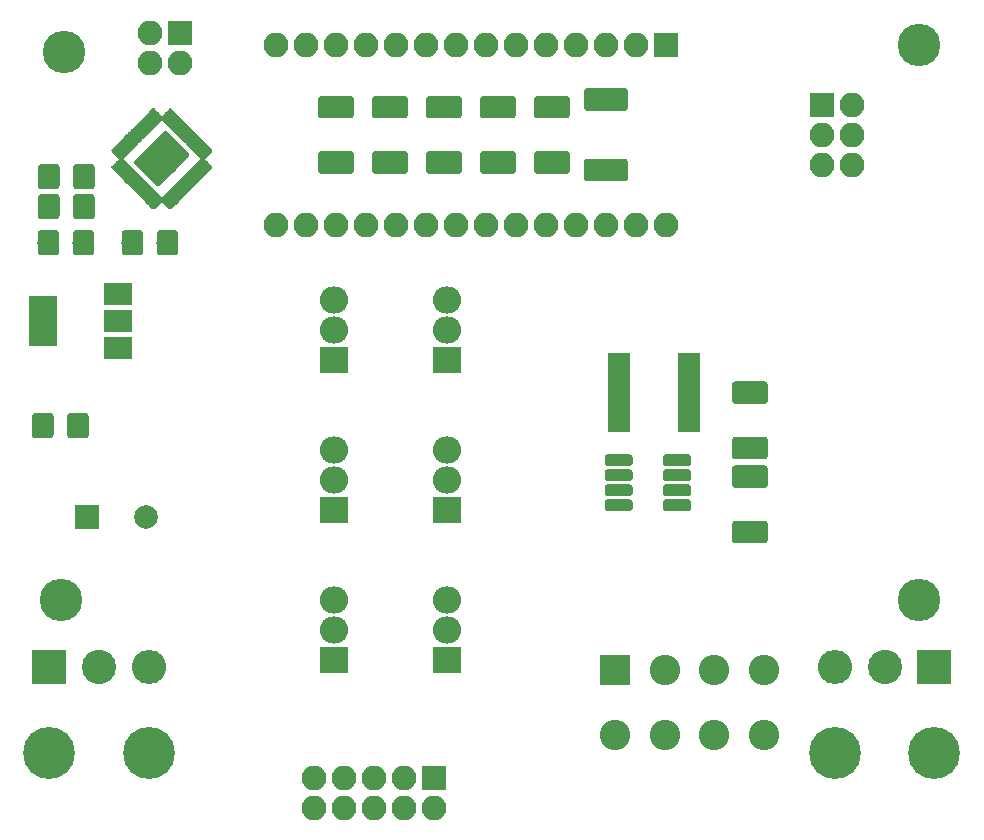
<source format=gbr>
G04 #@! TF.GenerationSoftware,KiCad,Pcbnew,(5.0.0)*
G04 #@! TF.CreationDate,2019-11-15T12:31:31-05:00*
G04 #@! TF.ProjectId,PCB_v2,5043425F76322E6B696361645F706362,rev?*
G04 #@! TF.SameCoordinates,Original*
G04 #@! TF.FileFunction,Soldermask,Top*
G04 #@! TF.FilePolarity,Negative*
%FSLAX46Y46*%
G04 Gerber Fmt 4.6, Leading zero omitted, Abs format (unit mm)*
G04 Created by KiCad (PCBNEW (5.0.0)) date 11/15/19 12:31:31*
%MOMM*%
%LPD*%
G01*
G04 APERTURE LIST*
%ADD10C,2.000000*%
%ADD11R,2.000000X2.000000*%
%ADD12C,0.100000*%
%ADD13C,1.925000*%
%ADD14R,2.100000X2.100000*%
%ADD15O,2.100000X2.100000*%
%ADD16R,2.575000X2.575000*%
%ADD17C,2.575000*%
%ADD18C,3.600000*%
%ADD19C,1.825000*%
%ADD20R,2.900000X2.900000*%
%ADD21C,2.900000*%
%ADD22O,2.900000X2.900000*%
%ADD23C,4.400000*%
%ADD24R,2.400000X2.305000*%
%ADD25O,2.400000X2.305000*%
%ADD26C,3.020000*%
%ADD27C,0.650000*%
%ADD28R,1.850000X0.850000*%
%ADD29C,1.000000*%
%ADD30R,2.400000X4.200000*%
%ADD31R,2.400000X1.900000*%
G04 APERTURE END LIST*
D10*
G04 #@! TO.C,C2*
X135810000Y-103505000D03*
D11*
X130810000Y-103505000D03*
G04 #@! TD*
D12*
G04 #@! TO.C,R6*
G36*
X176342359Y-73146520D02*
X176372993Y-73151064D01*
X176403034Y-73158588D01*
X176432192Y-73169021D01*
X176460188Y-73182262D01*
X176486750Y-73198183D01*
X176511625Y-73216632D01*
X176534571Y-73237429D01*
X176555368Y-73260375D01*
X176573817Y-73285250D01*
X176589738Y-73311812D01*
X176602979Y-73339808D01*
X176613412Y-73368966D01*
X176620936Y-73399007D01*
X176625480Y-73429641D01*
X176627000Y-73460572D01*
X176627000Y-74754428D01*
X176625480Y-74785359D01*
X176620936Y-74815993D01*
X176613412Y-74846034D01*
X176602979Y-74875192D01*
X176589738Y-74903188D01*
X176573817Y-74929750D01*
X176555368Y-74954625D01*
X176534571Y-74977571D01*
X176511625Y-74998368D01*
X176486750Y-75016817D01*
X176460188Y-75032738D01*
X176432192Y-75045979D01*
X176403034Y-75056412D01*
X176372993Y-75063936D01*
X176342359Y-75068480D01*
X176311428Y-75070000D01*
X173192572Y-75070000D01*
X173161641Y-75068480D01*
X173131007Y-75063936D01*
X173100966Y-75056412D01*
X173071808Y-75045979D01*
X173043812Y-75032738D01*
X173017250Y-75016817D01*
X172992375Y-74998368D01*
X172969429Y-74977571D01*
X172948632Y-74954625D01*
X172930183Y-74929750D01*
X172914262Y-74903188D01*
X172901021Y-74875192D01*
X172890588Y-74846034D01*
X172883064Y-74815993D01*
X172878520Y-74785359D01*
X172877000Y-74754428D01*
X172877000Y-73460572D01*
X172878520Y-73429641D01*
X172883064Y-73399007D01*
X172890588Y-73368966D01*
X172901021Y-73339808D01*
X172914262Y-73311812D01*
X172930183Y-73285250D01*
X172948632Y-73260375D01*
X172969429Y-73237429D01*
X172992375Y-73216632D01*
X173017250Y-73198183D01*
X173043812Y-73182262D01*
X173071808Y-73169021D01*
X173100966Y-73158588D01*
X173131007Y-73151064D01*
X173161641Y-73146520D01*
X173192572Y-73145000D01*
X176311428Y-73145000D01*
X176342359Y-73146520D01*
X176342359Y-73146520D01*
G37*
D13*
X174752000Y-74107500D03*
D12*
G36*
X176342359Y-67171520D02*
X176372993Y-67176064D01*
X176403034Y-67183588D01*
X176432192Y-67194021D01*
X176460188Y-67207262D01*
X176486750Y-67223183D01*
X176511625Y-67241632D01*
X176534571Y-67262429D01*
X176555368Y-67285375D01*
X176573817Y-67310250D01*
X176589738Y-67336812D01*
X176602979Y-67364808D01*
X176613412Y-67393966D01*
X176620936Y-67424007D01*
X176625480Y-67454641D01*
X176627000Y-67485572D01*
X176627000Y-68779428D01*
X176625480Y-68810359D01*
X176620936Y-68840993D01*
X176613412Y-68871034D01*
X176602979Y-68900192D01*
X176589738Y-68928188D01*
X176573817Y-68954750D01*
X176555368Y-68979625D01*
X176534571Y-69002571D01*
X176511625Y-69023368D01*
X176486750Y-69041817D01*
X176460188Y-69057738D01*
X176432192Y-69070979D01*
X176403034Y-69081412D01*
X176372993Y-69088936D01*
X176342359Y-69093480D01*
X176311428Y-69095000D01*
X173192572Y-69095000D01*
X173161641Y-69093480D01*
X173131007Y-69088936D01*
X173100966Y-69081412D01*
X173071808Y-69070979D01*
X173043812Y-69057738D01*
X173017250Y-69041817D01*
X172992375Y-69023368D01*
X172969429Y-69002571D01*
X172948632Y-68979625D01*
X172930183Y-68954750D01*
X172914262Y-68928188D01*
X172901021Y-68900192D01*
X172890588Y-68871034D01*
X172883064Y-68840993D01*
X172878520Y-68810359D01*
X172877000Y-68779428D01*
X172877000Y-67485572D01*
X172878520Y-67454641D01*
X172883064Y-67424007D01*
X172890588Y-67393966D01*
X172901021Y-67364808D01*
X172914262Y-67336812D01*
X172930183Y-67310250D01*
X172948632Y-67285375D01*
X172969429Y-67262429D01*
X172992375Y-67241632D01*
X173017250Y-67223183D01*
X173043812Y-67207262D01*
X173071808Y-67194021D01*
X173100966Y-67183588D01*
X173131007Y-67176064D01*
X173161641Y-67171520D01*
X173192572Y-67170000D01*
X176311428Y-67170000D01*
X176342359Y-67171520D01*
X176342359Y-67171520D01*
G37*
D13*
X174752000Y-68132500D03*
G04 #@! TD*
D14*
G04 #@! TO.C,J4*
X179832000Y-63500000D03*
D15*
X179832000Y-78740000D03*
X177292000Y-63500000D03*
X177292000Y-78740000D03*
X174752000Y-63500000D03*
X174752000Y-78740000D03*
X172212000Y-63500000D03*
X172212000Y-78740000D03*
X169672000Y-63500000D03*
X169672000Y-78740000D03*
X167132000Y-63500000D03*
X167132000Y-78740000D03*
X164592000Y-63500000D03*
X164592000Y-78740000D03*
X162052000Y-63500000D03*
X162052000Y-78740000D03*
X159512000Y-63500000D03*
X159512000Y-78740000D03*
X156972000Y-63500000D03*
X156972000Y-78740000D03*
X154432000Y-63500000D03*
X154432000Y-78740000D03*
X151892000Y-63500000D03*
X151892000Y-78740000D03*
X149352000Y-63500000D03*
X149352000Y-78740000D03*
X146812000Y-63500000D03*
X146812000Y-78740000D03*
G04 #@! TD*
D16*
G04 #@! TO.C,J1*
X175539400Y-116408200D03*
D17*
X179739400Y-116408200D03*
X183939400Y-116408200D03*
X188139400Y-116408200D03*
X175539400Y-121908200D03*
X179739400Y-121908200D03*
X183939400Y-121908200D03*
X188139400Y-121908200D03*
G04 #@! TD*
D12*
G04 #@! TO.C,R1*
G36*
X153132359Y-72496520D02*
X153162993Y-72501064D01*
X153193034Y-72508588D01*
X153222192Y-72519021D01*
X153250188Y-72532262D01*
X153276750Y-72548183D01*
X153301625Y-72566632D01*
X153324571Y-72587429D01*
X153345368Y-72610375D01*
X153363817Y-72635250D01*
X153379738Y-72661812D01*
X153392979Y-72689808D01*
X153403412Y-72718966D01*
X153410936Y-72749007D01*
X153415480Y-72779641D01*
X153417000Y-72810572D01*
X153417000Y-74104428D01*
X153415480Y-74135359D01*
X153410936Y-74165993D01*
X153403412Y-74196034D01*
X153392979Y-74225192D01*
X153379738Y-74253188D01*
X153363817Y-74279750D01*
X153345368Y-74304625D01*
X153324571Y-74327571D01*
X153301625Y-74348368D01*
X153276750Y-74366817D01*
X153250188Y-74382738D01*
X153222192Y-74395979D01*
X153193034Y-74406412D01*
X153162993Y-74413936D01*
X153132359Y-74418480D01*
X153101428Y-74420000D01*
X150682572Y-74420000D01*
X150651641Y-74418480D01*
X150621007Y-74413936D01*
X150590966Y-74406412D01*
X150561808Y-74395979D01*
X150533812Y-74382738D01*
X150507250Y-74366817D01*
X150482375Y-74348368D01*
X150459429Y-74327571D01*
X150438632Y-74304625D01*
X150420183Y-74279750D01*
X150404262Y-74253188D01*
X150391021Y-74225192D01*
X150380588Y-74196034D01*
X150373064Y-74165993D01*
X150368520Y-74135359D01*
X150367000Y-74104428D01*
X150367000Y-72810572D01*
X150368520Y-72779641D01*
X150373064Y-72749007D01*
X150380588Y-72718966D01*
X150391021Y-72689808D01*
X150404262Y-72661812D01*
X150420183Y-72635250D01*
X150438632Y-72610375D01*
X150459429Y-72587429D01*
X150482375Y-72566632D01*
X150507250Y-72548183D01*
X150533812Y-72532262D01*
X150561808Y-72519021D01*
X150590966Y-72508588D01*
X150621007Y-72501064D01*
X150651641Y-72496520D01*
X150682572Y-72495000D01*
X153101428Y-72495000D01*
X153132359Y-72496520D01*
X153132359Y-72496520D01*
G37*
D13*
X151892000Y-73457500D03*
D12*
G36*
X153132359Y-67821520D02*
X153162993Y-67826064D01*
X153193034Y-67833588D01*
X153222192Y-67844021D01*
X153250188Y-67857262D01*
X153276750Y-67873183D01*
X153301625Y-67891632D01*
X153324571Y-67912429D01*
X153345368Y-67935375D01*
X153363817Y-67960250D01*
X153379738Y-67986812D01*
X153392979Y-68014808D01*
X153403412Y-68043966D01*
X153410936Y-68074007D01*
X153415480Y-68104641D01*
X153417000Y-68135572D01*
X153417000Y-69429428D01*
X153415480Y-69460359D01*
X153410936Y-69490993D01*
X153403412Y-69521034D01*
X153392979Y-69550192D01*
X153379738Y-69578188D01*
X153363817Y-69604750D01*
X153345368Y-69629625D01*
X153324571Y-69652571D01*
X153301625Y-69673368D01*
X153276750Y-69691817D01*
X153250188Y-69707738D01*
X153222192Y-69720979D01*
X153193034Y-69731412D01*
X153162993Y-69738936D01*
X153132359Y-69743480D01*
X153101428Y-69745000D01*
X150682572Y-69745000D01*
X150651641Y-69743480D01*
X150621007Y-69738936D01*
X150590966Y-69731412D01*
X150561808Y-69720979D01*
X150533812Y-69707738D01*
X150507250Y-69691817D01*
X150482375Y-69673368D01*
X150459429Y-69652571D01*
X150438632Y-69629625D01*
X150420183Y-69604750D01*
X150404262Y-69578188D01*
X150391021Y-69550192D01*
X150380588Y-69521034D01*
X150373064Y-69490993D01*
X150368520Y-69460359D01*
X150367000Y-69429428D01*
X150367000Y-68135572D01*
X150368520Y-68104641D01*
X150373064Y-68074007D01*
X150380588Y-68043966D01*
X150391021Y-68014808D01*
X150404262Y-67986812D01*
X150420183Y-67960250D01*
X150438632Y-67935375D01*
X150459429Y-67912429D01*
X150482375Y-67891632D01*
X150507250Y-67873183D01*
X150533812Y-67857262D01*
X150561808Y-67844021D01*
X150590966Y-67833588D01*
X150621007Y-67826064D01*
X150651641Y-67821520D01*
X150682572Y-67820000D01*
X153101428Y-67820000D01*
X153132359Y-67821520D01*
X153132359Y-67821520D01*
G37*
D13*
X151892000Y-68782500D03*
G04 #@! TD*
D18*
G04 #@! TO.C,REF\002A\002A*
X201295000Y-63500000D03*
G04 #@! TD*
G04 #@! TO.C,REF\002A\002A*
X128905000Y-64135000D03*
G04 #@! TD*
G04 #@! TO.C,REF\002A\002A*
X128600200Y-110515400D03*
G04 #@! TD*
G04 #@! TO.C,REF\002A\002A*
X201295000Y-110490000D03*
G04 #@! TD*
D12*
G04 #@! TO.C,C1*
G36*
X130671707Y-94684542D02*
X130702787Y-94689152D01*
X130733266Y-94696787D01*
X130762850Y-94707372D01*
X130791254Y-94720806D01*
X130818204Y-94736959D01*
X130843442Y-94755677D01*
X130866723Y-94776777D01*
X130887823Y-94800058D01*
X130906541Y-94825296D01*
X130922694Y-94852246D01*
X130936128Y-94880650D01*
X130946713Y-94910234D01*
X130954348Y-94940713D01*
X130958958Y-94971793D01*
X130960500Y-95003176D01*
X130960500Y-96512824D01*
X130958958Y-96544207D01*
X130954348Y-96575287D01*
X130946713Y-96605766D01*
X130936128Y-96635350D01*
X130922694Y-96663754D01*
X130906541Y-96690704D01*
X130887823Y-96715942D01*
X130866723Y-96739223D01*
X130843442Y-96760323D01*
X130818204Y-96779041D01*
X130791254Y-96795194D01*
X130762850Y-96808628D01*
X130733266Y-96819213D01*
X130702787Y-96826848D01*
X130671707Y-96831458D01*
X130640324Y-96833000D01*
X129455676Y-96833000D01*
X129424293Y-96831458D01*
X129393213Y-96826848D01*
X129362734Y-96819213D01*
X129333150Y-96808628D01*
X129304746Y-96795194D01*
X129277796Y-96779041D01*
X129252558Y-96760323D01*
X129229277Y-96739223D01*
X129208177Y-96715942D01*
X129189459Y-96690704D01*
X129173306Y-96663754D01*
X129159872Y-96635350D01*
X129149287Y-96605766D01*
X129141652Y-96575287D01*
X129137042Y-96544207D01*
X129135500Y-96512824D01*
X129135500Y-95003176D01*
X129137042Y-94971793D01*
X129141652Y-94940713D01*
X129149287Y-94910234D01*
X129159872Y-94880650D01*
X129173306Y-94852246D01*
X129189459Y-94825296D01*
X129208177Y-94800058D01*
X129229277Y-94776777D01*
X129252558Y-94755677D01*
X129277796Y-94736959D01*
X129304746Y-94720806D01*
X129333150Y-94707372D01*
X129362734Y-94696787D01*
X129393213Y-94689152D01*
X129424293Y-94684542D01*
X129455676Y-94683000D01*
X130640324Y-94683000D01*
X130671707Y-94684542D01*
X130671707Y-94684542D01*
G37*
D19*
X130048000Y-95758000D03*
D12*
G36*
X127696707Y-94684542D02*
X127727787Y-94689152D01*
X127758266Y-94696787D01*
X127787850Y-94707372D01*
X127816254Y-94720806D01*
X127843204Y-94736959D01*
X127868442Y-94755677D01*
X127891723Y-94776777D01*
X127912823Y-94800058D01*
X127931541Y-94825296D01*
X127947694Y-94852246D01*
X127961128Y-94880650D01*
X127971713Y-94910234D01*
X127979348Y-94940713D01*
X127983958Y-94971793D01*
X127985500Y-95003176D01*
X127985500Y-96512824D01*
X127983958Y-96544207D01*
X127979348Y-96575287D01*
X127971713Y-96605766D01*
X127961128Y-96635350D01*
X127947694Y-96663754D01*
X127931541Y-96690704D01*
X127912823Y-96715942D01*
X127891723Y-96739223D01*
X127868442Y-96760323D01*
X127843204Y-96779041D01*
X127816254Y-96795194D01*
X127787850Y-96808628D01*
X127758266Y-96819213D01*
X127727787Y-96826848D01*
X127696707Y-96831458D01*
X127665324Y-96833000D01*
X126480676Y-96833000D01*
X126449293Y-96831458D01*
X126418213Y-96826848D01*
X126387734Y-96819213D01*
X126358150Y-96808628D01*
X126329746Y-96795194D01*
X126302796Y-96779041D01*
X126277558Y-96760323D01*
X126254277Y-96739223D01*
X126233177Y-96715942D01*
X126214459Y-96690704D01*
X126198306Y-96663754D01*
X126184872Y-96635350D01*
X126174287Y-96605766D01*
X126166652Y-96575287D01*
X126162042Y-96544207D01*
X126160500Y-96512824D01*
X126160500Y-95003176D01*
X126162042Y-94971793D01*
X126166652Y-94940713D01*
X126174287Y-94910234D01*
X126184872Y-94880650D01*
X126198306Y-94852246D01*
X126214459Y-94825296D01*
X126233177Y-94800058D01*
X126254277Y-94776777D01*
X126277558Y-94755677D01*
X126302796Y-94736959D01*
X126329746Y-94720806D01*
X126358150Y-94707372D01*
X126387734Y-94696787D01*
X126418213Y-94689152D01*
X126449293Y-94684542D01*
X126480676Y-94683000D01*
X127665324Y-94683000D01*
X127696707Y-94684542D01*
X127696707Y-94684542D01*
G37*
D19*
X127073000Y-95758000D03*
G04 #@! TD*
D12*
G04 #@! TO.C,C3*
G36*
X138255207Y-79190542D02*
X138286287Y-79195152D01*
X138316766Y-79202787D01*
X138346350Y-79213372D01*
X138374754Y-79226806D01*
X138401704Y-79242959D01*
X138426942Y-79261677D01*
X138450223Y-79282777D01*
X138471323Y-79306058D01*
X138490041Y-79331296D01*
X138506194Y-79358246D01*
X138519628Y-79386650D01*
X138530213Y-79416234D01*
X138537848Y-79446713D01*
X138542458Y-79477793D01*
X138544000Y-79509176D01*
X138544000Y-81018824D01*
X138542458Y-81050207D01*
X138537848Y-81081287D01*
X138530213Y-81111766D01*
X138519628Y-81141350D01*
X138506194Y-81169754D01*
X138490041Y-81196704D01*
X138471323Y-81221942D01*
X138450223Y-81245223D01*
X138426942Y-81266323D01*
X138401704Y-81285041D01*
X138374754Y-81301194D01*
X138346350Y-81314628D01*
X138316766Y-81325213D01*
X138286287Y-81332848D01*
X138255207Y-81337458D01*
X138223824Y-81339000D01*
X137039176Y-81339000D01*
X137007793Y-81337458D01*
X136976713Y-81332848D01*
X136946234Y-81325213D01*
X136916650Y-81314628D01*
X136888246Y-81301194D01*
X136861296Y-81285041D01*
X136836058Y-81266323D01*
X136812777Y-81245223D01*
X136791677Y-81221942D01*
X136772959Y-81196704D01*
X136756806Y-81169754D01*
X136743372Y-81141350D01*
X136732787Y-81111766D01*
X136725152Y-81081287D01*
X136720542Y-81050207D01*
X136719000Y-81018824D01*
X136719000Y-79509176D01*
X136720542Y-79477793D01*
X136725152Y-79446713D01*
X136732787Y-79416234D01*
X136743372Y-79386650D01*
X136756806Y-79358246D01*
X136772959Y-79331296D01*
X136791677Y-79306058D01*
X136812777Y-79282777D01*
X136836058Y-79261677D01*
X136861296Y-79242959D01*
X136888246Y-79226806D01*
X136916650Y-79213372D01*
X136946234Y-79202787D01*
X136976713Y-79195152D01*
X137007793Y-79190542D01*
X137039176Y-79189000D01*
X138223824Y-79189000D01*
X138255207Y-79190542D01*
X138255207Y-79190542D01*
G37*
D19*
X137631500Y-80264000D03*
D12*
G36*
X135280207Y-79190542D02*
X135311287Y-79195152D01*
X135341766Y-79202787D01*
X135371350Y-79213372D01*
X135399754Y-79226806D01*
X135426704Y-79242959D01*
X135451942Y-79261677D01*
X135475223Y-79282777D01*
X135496323Y-79306058D01*
X135515041Y-79331296D01*
X135531194Y-79358246D01*
X135544628Y-79386650D01*
X135555213Y-79416234D01*
X135562848Y-79446713D01*
X135567458Y-79477793D01*
X135569000Y-79509176D01*
X135569000Y-81018824D01*
X135567458Y-81050207D01*
X135562848Y-81081287D01*
X135555213Y-81111766D01*
X135544628Y-81141350D01*
X135531194Y-81169754D01*
X135515041Y-81196704D01*
X135496323Y-81221942D01*
X135475223Y-81245223D01*
X135451942Y-81266323D01*
X135426704Y-81285041D01*
X135399754Y-81301194D01*
X135371350Y-81314628D01*
X135341766Y-81325213D01*
X135311287Y-81332848D01*
X135280207Y-81337458D01*
X135248824Y-81339000D01*
X134064176Y-81339000D01*
X134032793Y-81337458D01*
X134001713Y-81332848D01*
X133971234Y-81325213D01*
X133941650Y-81314628D01*
X133913246Y-81301194D01*
X133886296Y-81285041D01*
X133861058Y-81266323D01*
X133837777Y-81245223D01*
X133816677Y-81221942D01*
X133797959Y-81196704D01*
X133781806Y-81169754D01*
X133768372Y-81141350D01*
X133757787Y-81111766D01*
X133750152Y-81081287D01*
X133745542Y-81050207D01*
X133744000Y-81018824D01*
X133744000Y-79509176D01*
X133745542Y-79477793D01*
X133750152Y-79446713D01*
X133757787Y-79416234D01*
X133768372Y-79386650D01*
X133781806Y-79358246D01*
X133797959Y-79331296D01*
X133816677Y-79306058D01*
X133837777Y-79282777D01*
X133861058Y-79261677D01*
X133886296Y-79242959D01*
X133913246Y-79226806D01*
X133941650Y-79213372D01*
X133971234Y-79202787D01*
X134001713Y-79195152D01*
X134032793Y-79190542D01*
X134064176Y-79189000D01*
X135248824Y-79189000D01*
X135280207Y-79190542D01*
X135280207Y-79190542D01*
G37*
D19*
X134656500Y-80264000D03*
G04 #@! TD*
D12*
G04 #@! TO.C,C4*
G36*
X128204707Y-76142542D02*
X128235787Y-76147152D01*
X128266266Y-76154787D01*
X128295850Y-76165372D01*
X128324254Y-76178806D01*
X128351204Y-76194959D01*
X128376442Y-76213677D01*
X128399723Y-76234777D01*
X128420823Y-76258058D01*
X128439541Y-76283296D01*
X128455694Y-76310246D01*
X128469128Y-76338650D01*
X128479713Y-76368234D01*
X128487348Y-76398713D01*
X128491958Y-76429793D01*
X128493500Y-76461176D01*
X128493500Y-77970824D01*
X128491958Y-78002207D01*
X128487348Y-78033287D01*
X128479713Y-78063766D01*
X128469128Y-78093350D01*
X128455694Y-78121754D01*
X128439541Y-78148704D01*
X128420823Y-78173942D01*
X128399723Y-78197223D01*
X128376442Y-78218323D01*
X128351204Y-78237041D01*
X128324254Y-78253194D01*
X128295850Y-78266628D01*
X128266266Y-78277213D01*
X128235787Y-78284848D01*
X128204707Y-78289458D01*
X128173324Y-78291000D01*
X126988676Y-78291000D01*
X126957293Y-78289458D01*
X126926213Y-78284848D01*
X126895734Y-78277213D01*
X126866150Y-78266628D01*
X126837746Y-78253194D01*
X126810796Y-78237041D01*
X126785558Y-78218323D01*
X126762277Y-78197223D01*
X126741177Y-78173942D01*
X126722459Y-78148704D01*
X126706306Y-78121754D01*
X126692872Y-78093350D01*
X126682287Y-78063766D01*
X126674652Y-78033287D01*
X126670042Y-78002207D01*
X126668500Y-77970824D01*
X126668500Y-76461176D01*
X126670042Y-76429793D01*
X126674652Y-76398713D01*
X126682287Y-76368234D01*
X126692872Y-76338650D01*
X126706306Y-76310246D01*
X126722459Y-76283296D01*
X126741177Y-76258058D01*
X126762277Y-76234777D01*
X126785558Y-76213677D01*
X126810796Y-76194959D01*
X126837746Y-76178806D01*
X126866150Y-76165372D01*
X126895734Y-76154787D01*
X126926213Y-76147152D01*
X126957293Y-76142542D01*
X126988676Y-76141000D01*
X128173324Y-76141000D01*
X128204707Y-76142542D01*
X128204707Y-76142542D01*
G37*
D19*
X127581000Y-77216000D03*
D12*
G36*
X131179707Y-76142542D02*
X131210787Y-76147152D01*
X131241266Y-76154787D01*
X131270850Y-76165372D01*
X131299254Y-76178806D01*
X131326204Y-76194959D01*
X131351442Y-76213677D01*
X131374723Y-76234777D01*
X131395823Y-76258058D01*
X131414541Y-76283296D01*
X131430694Y-76310246D01*
X131444128Y-76338650D01*
X131454713Y-76368234D01*
X131462348Y-76398713D01*
X131466958Y-76429793D01*
X131468500Y-76461176D01*
X131468500Y-77970824D01*
X131466958Y-78002207D01*
X131462348Y-78033287D01*
X131454713Y-78063766D01*
X131444128Y-78093350D01*
X131430694Y-78121754D01*
X131414541Y-78148704D01*
X131395823Y-78173942D01*
X131374723Y-78197223D01*
X131351442Y-78218323D01*
X131326204Y-78237041D01*
X131299254Y-78253194D01*
X131270850Y-78266628D01*
X131241266Y-78277213D01*
X131210787Y-78284848D01*
X131179707Y-78289458D01*
X131148324Y-78291000D01*
X129963676Y-78291000D01*
X129932293Y-78289458D01*
X129901213Y-78284848D01*
X129870734Y-78277213D01*
X129841150Y-78266628D01*
X129812746Y-78253194D01*
X129785796Y-78237041D01*
X129760558Y-78218323D01*
X129737277Y-78197223D01*
X129716177Y-78173942D01*
X129697459Y-78148704D01*
X129681306Y-78121754D01*
X129667872Y-78093350D01*
X129657287Y-78063766D01*
X129649652Y-78033287D01*
X129645042Y-78002207D01*
X129643500Y-77970824D01*
X129643500Y-76461176D01*
X129645042Y-76429793D01*
X129649652Y-76398713D01*
X129657287Y-76368234D01*
X129667872Y-76338650D01*
X129681306Y-76310246D01*
X129697459Y-76283296D01*
X129716177Y-76258058D01*
X129737277Y-76234777D01*
X129760558Y-76213677D01*
X129785796Y-76194959D01*
X129812746Y-76178806D01*
X129841150Y-76165372D01*
X129870734Y-76154787D01*
X129901213Y-76147152D01*
X129932293Y-76142542D01*
X129963676Y-76141000D01*
X131148324Y-76141000D01*
X131179707Y-76142542D01*
X131179707Y-76142542D01*
G37*
D19*
X130556000Y-77216000D03*
G04 #@! TD*
D12*
G04 #@! TO.C,C5*
G36*
X131143207Y-79190542D02*
X131174287Y-79195152D01*
X131204766Y-79202787D01*
X131234350Y-79213372D01*
X131262754Y-79226806D01*
X131289704Y-79242959D01*
X131314942Y-79261677D01*
X131338223Y-79282777D01*
X131359323Y-79306058D01*
X131378041Y-79331296D01*
X131394194Y-79358246D01*
X131407628Y-79386650D01*
X131418213Y-79416234D01*
X131425848Y-79446713D01*
X131430458Y-79477793D01*
X131432000Y-79509176D01*
X131432000Y-81018824D01*
X131430458Y-81050207D01*
X131425848Y-81081287D01*
X131418213Y-81111766D01*
X131407628Y-81141350D01*
X131394194Y-81169754D01*
X131378041Y-81196704D01*
X131359323Y-81221942D01*
X131338223Y-81245223D01*
X131314942Y-81266323D01*
X131289704Y-81285041D01*
X131262754Y-81301194D01*
X131234350Y-81314628D01*
X131204766Y-81325213D01*
X131174287Y-81332848D01*
X131143207Y-81337458D01*
X131111824Y-81339000D01*
X129927176Y-81339000D01*
X129895793Y-81337458D01*
X129864713Y-81332848D01*
X129834234Y-81325213D01*
X129804650Y-81314628D01*
X129776246Y-81301194D01*
X129749296Y-81285041D01*
X129724058Y-81266323D01*
X129700777Y-81245223D01*
X129679677Y-81221942D01*
X129660959Y-81196704D01*
X129644806Y-81169754D01*
X129631372Y-81141350D01*
X129620787Y-81111766D01*
X129613152Y-81081287D01*
X129608542Y-81050207D01*
X129607000Y-81018824D01*
X129607000Y-79509176D01*
X129608542Y-79477793D01*
X129613152Y-79446713D01*
X129620787Y-79416234D01*
X129631372Y-79386650D01*
X129644806Y-79358246D01*
X129660959Y-79331296D01*
X129679677Y-79306058D01*
X129700777Y-79282777D01*
X129724058Y-79261677D01*
X129749296Y-79242959D01*
X129776246Y-79226806D01*
X129804650Y-79213372D01*
X129834234Y-79202787D01*
X129864713Y-79195152D01*
X129895793Y-79190542D01*
X129927176Y-79189000D01*
X131111824Y-79189000D01*
X131143207Y-79190542D01*
X131143207Y-79190542D01*
G37*
D19*
X130519500Y-80264000D03*
D12*
G36*
X128168207Y-79190542D02*
X128199287Y-79195152D01*
X128229766Y-79202787D01*
X128259350Y-79213372D01*
X128287754Y-79226806D01*
X128314704Y-79242959D01*
X128339942Y-79261677D01*
X128363223Y-79282777D01*
X128384323Y-79306058D01*
X128403041Y-79331296D01*
X128419194Y-79358246D01*
X128432628Y-79386650D01*
X128443213Y-79416234D01*
X128450848Y-79446713D01*
X128455458Y-79477793D01*
X128457000Y-79509176D01*
X128457000Y-81018824D01*
X128455458Y-81050207D01*
X128450848Y-81081287D01*
X128443213Y-81111766D01*
X128432628Y-81141350D01*
X128419194Y-81169754D01*
X128403041Y-81196704D01*
X128384323Y-81221942D01*
X128363223Y-81245223D01*
X128339942Y-81266323D01*
X128314704Y-81285041D01*
X128287754Y-81301194D01*
X128259350Y-81314628D01*
X128229766Y-81325213D01*
X128199287Y-81332848D01*
X128168207Y-81337458D01*
X128136824Y-81339000D01*
X126952176Y-81339000D01*
X126920793Y-81337458D01*
X126889713Y-81332848D01*
X126859234Y-81325213D01*
X126829650Y-81314628D01*
X126801246Y-81301194D01*
X126774296Y-81285041D01*
X126749058Y-81266323D01*
X126725777Y-81245223D01*
X126704677Y-81221942D01*
X126685959Y-81196704D01*
X126669806Y-81169754D01*
X126656372Y-81141350D01*
X126645787Y-81111766D01*
X126638152Y-81081287D01*
X126633542Y-81050207D01*
X126632000Y-81018824D01*
X126632000Y-79509176D01*
X126633542Y-79477793D01*
X126638152Y-79446713D01*
X126645787Y-79416234D01*
X126656372Y-79386650D01*
X126669806Y-79358246D01*
X126685959Y-79331296D01*
X126704677Y-79306058D01*
X126725777Y-79282777D01*
X126749058Y-79261677D01*
X126774296Y-79242959D01*
X126801246Y-79226806D01*
X126829650Y-79213372D01*
X126859234Y-79202787D01*
X126889713Y-79195152D01*
X126920793Y-79190542D01*
X126952176Y-79189000D01*
X128136824Y-79189000D01*
X128168207Y-79190542D01*
X128168207Y-79190542D01*
G37*
D19*
X127544500Y-80264000D03*
G04 #@! TD*
D12*
G04 #@! TO.C,C6*
G36*
X128204707Y-73602542D02*
X128235787Y-73607152D01*
X128266266Y-73614787D01*
X128295850Y-73625372D01*
X128324254Y-73638806D01*
X128351204Y-73654959D01*
X128376442Y-73673677D01*
X128399723Y-73694777D01*
X128420823Y-73718058D01*
X128439541Y-73743296D01*
X128455694Y-73770246D01*
X128469128Y-73798650D01*
X128479713Y-73828234D01*
X128487348Y-73858713D01*
X128491958Y-73889793D01*
X128493500Y-73921176D01*
X128493500Y-75430824D01*
X128491958Y-75462207D01*
X128487348Y-75493287D01*
X128479713Y-75523766D01*
X128469128Y-75553350D01*
X128455694Y-75581754D01*
X128439541Y-75608704D01*
X128420823Y-75633942D01*
X128399723Y-75657223D01*
X128376442Y-75678323D01*
X128351204Y-75697041D01*
X128324254Y-75713194D01*
X128295850Y-75726628D01*
X128266266Y-75737213D01*
X128235787Y-75744848D01*
X128204707Y-75749458D01*
X128173324Y-75751000D01*
X126988676Y-75751000D01*
X126957293Y-75749458D01*
X126926213Y-75744848D01*
X126895734Y-75737213D01*
X126866150Y-75726628D01*
X126837746Y-75713194D01*
X126810796Y-75697041D01*
X126785558Y-75678323D01*
X126762277Y-75657223D01*
X126741177Y-75633942D01*
X126722459Y-75608704D01*
X126706306Y-75581754D01*
X126692872Y-75553350D01*
X126682287Y-75523766D01*
X126674652Y-75493287D01*
X126670042Y-75462207D01*
X126668500Y-75430824D01*
X126668500Y-73921176D01*
X126670042Y-73889793D01*
X126674652Y-73858713D01*
X126682287Y-73828234D01*
X126692872Y-73798650D01*
X126706306Y-73770246D01*
X126722459Y-73743296D01*
X126741177Y-73718058D01*
X126762277Y-73694777D01*
X126785558Y-73673677D01*
X126810796Y-73654959D01*
X126837746Y-73638806D01*
X126866150Y-73625372D01*
X126895734Y-73614787D01*
X126926213Y-73607152D01*
X126957293Y-73602542D01*
X126988676Y-73601000D01*
X128173324Y-73601000D01*
X128204707Y-73602542D01*
X128204707Y-73602542D01*
G37*
D19*
X127581000Y-74676000D03*
D12*
G36*
X131179707Y-73602542D02*
X131210787Y-73607152D01*
X131241266Y-73614787D01*
X131270850Y-73625372D01*
X131299254Y-73638806D01*
X131326204Y-73654959D01*
X131351442Y-73673677D01*
X131374723Y-73694777D01*
X131395823Y-73718058D01*
X131414541Y-73743296D01*
X131430694Y-73770246D01*
X131444128Y-73798650D01*
X131454713Y-73828234D01*
X131462348Y-73858713D01*
X131466958Y-73889793D01*
X131468500Y-73921176D01*
X131468500Y-75430824D01*
X131466958Y-75462207D01*
X131462348Y-75493287D01*
X131454713Y-75523766D01*
X131444128Y-75553350D01*
X131430694Y-75581754D01*
X131414541Y-75608704D01*
X131395823Y-75633942D01*
X131374723Y-75657223D01*
X131351442Y-75678323D01*
X131326204Y-75697041D01*
X131299254Y-75713194D01*
X131270850Y-75726628D01*
X131241266Y-75737213D01*
X131210787Y-75744848D01*
X131179707Y-75749458D01*
X131148324Y-75751000D01*
X129963676Y-75751000D01*
X129932293Y-75749458D01*
X129901213Y-75744848D01*
X129870734Y-75737213D01*
X129841150Y-75726628D01*
X129812746Y-75713194D01*
X129785796Y-75697041D01*
X129760558Y-75678323D01*
X129737277Y-75657223D01*
X129716177Y-75633942D01*
X129697459Y-75608704D01*
X129681306Y-75581754D01*
X129667872Y-75553350D01*
X129657287Y-75523766D01*
X129649652Y-75493287D01*
X129645042Y-75462207D01*
X129643500Y-75430824D01*
X129643500Y-73921176D01*
X129645042Y-73889793D01*
X129649652Y-73858713D01*
X129657287Y-73828234D01*
X129667872Y-73798650D01*
X129681306Y-73770246D01*
X129697459Y-73743296D01*
X129716177Y-73718058D01*
X129737277Y-73694777D01*
X129760558Y-73673677D01*
X129785796Y-73654959D01*
X129812746Y-73638806D01*
X129841150Y-73625372D01*
X129870734Y-73614787D01*
X129901213Y-73607152D01*
X129932293Y-73602542D01*
X129963676Y-73601000D01*
X131148324Y-73601000D01*
X131179707Y-73602542D01*
X131179707Y-73602542D01*
G37*
D19*
X130556000Y-74676000D03*
G04 #@! TD*
D14*
G04 #@! TO.C,J2*
X160223200Y-125552200D03*
D15*
X160223200Y-128092200D03*
X157683200Y-125552200D03*
X157683200Y-128092200D03*
X155143200Y-125552200D03*
X155143200Y-128092200D03*
X152603200Y-125552200D03*
X152603200Y-128092200D03*
X150063200Y-125552200D03*
X150063200Y-128092200D03*
G04 #@! TD*
D20*
G04 #@! TO.C,J3*
X127635000Y-116205000D03*
D21*
X131835000Y-116205000D03*
D22*
X136035000Y-116205000D03*
D23*
X136035000Y-123505000D03*
X127635000Y-123505000D03*
G04 #@! TD*
D20*
G04 #@! TO.C,J5*
X202565000Y-116205000D03*
D21*
X198365000Y-116205000D03*
D22*
X194165000Y-116205000D03*
D23*
X194165000Y-123505000D03*
X202565000Y-123505000D03*
G04 #@! TD*
D14*
G04 #@! TO.C,J6*
X193040000Y-68580000D03*
D15*
X195580000Y-68580000D03*
X193040000Y-71120000D03*
X195580000Y-71120000D03*
X193040000Y-73660000D03*
X195580000Y-73660000D03*
G04 #@! TD*
D14*
G04 #@! TO.C,J9*
X138684000Y-62484000D03*
D15*
X136144000Y-62484000D03*
X138684000Y-65024000D03*
X136144000Y-65024000D03*
G04 #@! TD*
D24*
G04 #@! TO.C,Q1*
X151765000Y-115570000D03*
D25*
X151765000Y-113030000D03*
X151765000Y-110490000D03*
G04 #@! TD*
D24*
G04 #@! TO.C,Q2*
X161290000Y-115570000D03*
D25*
X161290000Y-113030000D03*
X161290000Y-110490000D03*
G04 #@! TD*
D24*
G04 #@! TO.C,Q3*
X151765000Y-102870000D03*
D25*
X151765000Y-100330000D03*
X151765000Y-97790000D03*
G04 #@! TD*
G04 #@! TO.C,Q4*
X161290000Y-97790000D03*
X161290000Y-100330000D03*
D24*
X161290000Y-102870000D03*
G04 #@! TD*
G04 #@! TO.C,Q5*
X151765000Y-90170000D03*
D25*
X151765000Y-87630000D03*
X151765000Y-85090000D03*
G04 #@! TD*
G04 #@! TO.C,Q6*
X161290000Y-85090000D03*
X161290000Y-87630000D03*
D24*
X161290000Y-90170000D03*
G04 #@! TD*
D12*
G04 #@! TO.C,R2*
G36*
X157704359Y-67821520D02*
X157734993Y-67826064D01*
X157765034Y-67833588D01*
X157794192Y-67844021D01*
X157822188Y-67857262D01*
X157848750Y-67873183D01*
X157873625Y-67891632D01*
X157896571Y-67912429D01*
X157917368Y-67935375D01*
X157935817Y-67960250D01*
X157951738Y-67986812D01*
X157964979Y-68014808D01*
X157975412Y-68043966D01*
X157982936Y-68074007D01*
X157987480Y-68104641D01*
X157989000Y-68135572D01*
X157989000Y-69429428D01*
X157987480Y-69460359D01*
X157982936Y-69490993D01*
X157975412Y-69521034D01*
X157964979Y-69550192D01*
X157951738Y-69578188D01*
X157935817Y-69604750D01*
X157917368Y-69629625D01*
X157896571Y-69652571D01*
X157873625Y-69673368D01*
X157848750Y-69691817D01*
X157822188Y-69707738D01*
X157794192Y-69720979D01*
X157765034Y-69731412D01*
X157734993Y-69738936D01*
X157704359Y-69743480D01*
X157673428Y-69745000D01*
X155254572Y-69745000D01*
X155223641Y-69743480D01*
X155193007Y-69738936D01*
X155162966Y-69731412D01*
X155133808Y-69720979D01*
X155105812Y-69707738D01*
X155079250Y-69691817D01*
X155054375Y-69673368D01*
X155031429Y-69652571D01*
X155010632Y-69629625D01*
X154992183Y-69604750D01*
X154976262Y-69578188D01*
X154963021Y-69550192D01*
X154952588Y-69521034D01*
X154945064Y-69490993D01*
X154940520Y-69460359D01*
X154939000Y-69429428D01*
X154939000Y-68135572D01*
X154940520Y-68104641D01*
X154945064Y-68074007D01*
X154952588Y-68043966D01*
X154963021Y-68014808D01*
X154976262Y-67986812D01*
X154992183Y-67960250D01*
X155010632Y-67935375D01*
X155031429Y-67912429D01*
X155054375Y-67891632D01*
X155079250Y-67873183D01*
X155105812Y-67857262D01*
X155133808Y-67844021D01*
X155162966Y-67833588D01*
X155193007Y-67826064D01*
X155223641Y-67821520D01*
X155254572Y-67820000D01*
X157673428Y-67820000D01*
X157704359Y-67821520D01*
X157704359Y-67821520D01*
G37*
D13*
X156464000Y-68782500D03*
D12*
G36*
X157704359Y-72496520D02*
X157734993Y-72501064D01*
X157765034Y-72508588D01*
X157794192Y-72519021D01*
X157822188Y-72532262D01*
X157848750Y-72548183D01*
X157873625Y-72566632D01*
X157896571Y-72587429D01*
X157917368Y-72610375D01*
X157935817Y-72635250D01*
X157951738Y-72661812D01*
X157964979Y-72689808D01*
X157975412Y-72718966D01*
X157982936Y-72749007D01*
X157987480Y-72779641D01*
X157989000Y-72810572D01*
X157989000Y-74104428D01*
X157987480Y-74135359D01*
X157982936Y-74165993D01*
X157975412Y-74196034D01*
X157964979Y-74225192D01*
X157951738Y-74253188D01*
X157935817Y-74279750D01*
X157917368Y-74304625D01*
X157896571Y-74327571D01*
X157873625Y-74348368D01*
X157848750Y-74366817D01*
X157822188Y-74382738D01*
X157794192Y-74395979D01*
X157765034Y-74406412D01*
X157734993Y-74413936D01*
X157704359Y-74418480D01*
X157673428Y-74420000D01*
X155254572Y-74420000D01*
X155223641Y-74418480D01*
X155193007Y-74413936D01*
X155162966Y-74406412D01*
X155133808Y-74395979D01*
X155105812Y-74382738D01*
X155079250Y-74366817D01*
X155054375Y-74348368D01*
X155031429Y-74327571D01*
X155010632Y-74304625D01*
X154992183Y-74279750D01*
X154976262Y-74253188D01*
X154963021Y-74225192D01*
X154952588Y-74196034D01*
X154945064Y-74165993D01*
X154940520Y-74135359D01*
X154939000Y-74104428D01*
X154939000Y-72810572D01*
X154940520Y-72779641D01*
X154945064Y-72749007D01*
X154952588Y-72718966D01*
X154963021Y-72689808D01*
X154976262Y-72661812D01*
X154992183Y-72635250D01*
X155010632Y-72610375D01*
X155031429Y-72587429D01*
X155054375Y-72566632D01*
X155079250Y-72548183D01*
X155105812Y-72532262D01*
X155133808Y-72519021D01*
X155162966Y-72508588D01*
X155193007Y-72501064D01*
X155223641Y-72496520D01*
X155254572Y-72495000D01*
X157673428Y-72495000D01*
X157704359Y-72496520D01*
X157704359Y-72496520D01*
G37*
D13*
X156464000Y-73457500D03*
G04 #@! TD*
D12*
G04 #@! TO.C,R3*
G36*
X162276359Y-72496520D02*
X162306993Y-72501064D01*
X162337034Y-72508588D01*
X162366192Y-72519021D01*
X162394188Y-72532262D01*
X162420750Y-72548183D01*
X162445625Y-72566632D01*
X162468571Y-72587429D01*
X162489368Y-72610375D01*
X162507817Y-72635250D01*
X162523738Y-72661812D01*
X162536979Y-72689808D01*
X162547412Y-72718966D01*
X162554936Y-72749007D01*
X162559480Y-72779641D01*
X162561000Y-72810572D01*
X162561000Y-74104428D01*
X162559480Y-74135359D01*
X162554936Y-74165993D01*
X162547412Y-74196034D01*
X162536979Y-74225192D01*
X162523738Y-74253188D01*
X162507817Y-74279750D01*
X162489368Y-74304625D01*
X162468571Y-74327571D01*
X162445625Y-74348368D01*
X162420750Y-74366817D01*
X162394188Y-74382738D01*
X162366192Y-74395979D01*
X162337034Y-74406412D01*
X162306993Y-74413936D01*
X162276359Y-74418480D01*
X162245428Y-74420000D01*
X159826572Y-74420000D01*
X159795641Y-74418480D01*
X159765007Y-74413936D01*
X159734966Y-74406412D01*
X159705808Y-74395979D01*
X159677812Y-74382738D01*
X159651250Y-74366817D01*
X159626375Y-74348368D01*
X159603429Y-74327571D01*
X159582632Y-74304625D01*
X159564183Y-74279750D01*
X159548262Y-74253188D01*
X159535021Y-74225192D01*
X159524588Y-74196034D01*
X159517064Y-74165993D01*
X159512520Y-74135359D01*
X159511000Y-74104428D01*
X159511000Y-72810572D01*
X159512520Y-72779641D01*
X159517064Y-72749007D01*
X159524588Y-72718966D01*
X159535021Y-72689808D01*
X159548262Y-72661812D01*
X159564183Y-72635250D01*
X159582632Y-72610375D01*
X159603429Y-72587429D01*
X159626375Y-72566632D01*
X159651250Y-72548183D01*
X159677812Y-72532262D01*
X159705808Y-72519021D01*
X159734966Y-72508588D01*
X159765007Y-72501064D01*
X159795641Y-72496520D01*
X159826572Y-72495000D01*
X162245428Y-72495000D01*
X162276359Y-72496520D01*
X162276359Y-72496520D01*
G37*
D13*
X161036000Y-73457500D03*
D12*
G36*
X162276359Y-67821520D02*
X162306993Y-67826064D01*
X162337034Y-67833588D01*
X162366192Y-67844021D01*
X162394188Y-67857262D01*
X162420750Y-67873183D01*
X162445625Y-67891632D01*
X162468571Y-67912429D01*
X162489368Y-67935375D01*
X162507817Y-67960250D01*
X162523738Y-67986812D01*
X162536979Y-68014808D01*
X162547412Y-68043966D01*
X162554936Y-68074007D01*
X162559480Y-68104641D01*
X162561000Y-68135572D01*
X162561000Y-69429428D01*
X162559480Y-69460359D01*
X162554936Y-69490993D01*
X162547412Y-69521034D01*
X162536979Y-69550192D01*
X162523738Y-69578188D01*
X162507817Y-69604750D01*
X162489368Y-69629625D01*
X162468571Y-69652571D01*
X162445625Y-69673368D01*
X162420750Y-69691817D01*
X162394188Y-69707738D01*
X162366192Y-69720979D01*
X162337034Y-69731412D01*
X162306993Y-69738936D01*
X162276359Y-69743480D01*
X162245428Y-69745000D01*
X159826572Y-69745000D01*
X159795641Y-69743480D01*
X159765007Y-69738936D01*
X159734966Y-69731412D01*
X159705808Y-69720979D01*
X159677812Y-69707738D01*
X159651250Y-69691817D01*
X159626375Y-69673368D01*
X159603429Y-69652571D01*
X159582632Y-69629625D01*
X159564183Y-69604750D01*
X159548262Y-69578188D01*
X159535021Y-69550192D01*
X159524588Y-69521034D01*
X159517064Y-69490993D01*
X159512520Y-69460359D01*
X159511000Y-69429428D01*
X159511000Y-68135572D01*
X159512520Y-68104641D01*
X159517064Y-68074007D01*
X159524588Y-68043966D01*
X159535021Y-68014808D01*
X159548262Y-67986812D01*
X159564183Y-67960250D01*
X159582632Y-67935375D01*
X159603429Y-67912429D01*
X159626375Y-67891632D01*
X159651250Y-67873183D01*
X159677812Y-67857262D01*
X159705808Y-67844021D01*
X159734966Y-67833588D01*
X159765007Y-67826064D01*
X159795641Y-67821520D01*
X159826572Y-67820000D01*
X162245428Y-67820000D01*
X162276359Y-67821520D01*
X162276359Y-67821520D01*
G37*
D13*
X161036000Y-68782500D03*
G04 #@! TD*
D12*
G04 #@! TO.C,R4*
G36*
X166848359Y-72496520D02*
X166878993Y-72501064D01*
X166909034Y-72508588D01*
X166938192Y-72519021D01*
X166966188Y-72532262D01*
X166992750Y-72548183D01*
X167017625Y-72566632D01*
X167040571Y-72587429D01*
X167061368Y-72610375D01*
X167079817Y-72635250D01*
X167095738Y-72661812D01*
X167108979Y-72689808D01*
X167119412Y-72718966D01*
X167126936Y-72749007D01*
X167131480Y-72779641D01*
X167133000Y-72810572D01*
X167133000Y-74104428D01*
X167131480Y-74135359D01*
X167126936Y-74165993D01*
X167119412Y-74196034D01*
X167108979Y-74225192D01*
X167095738Y-74253188D01*
X167079817Y-74279750D01*
X167061368Y-74304625D01*
X167040571Y-74327571D01*
X167017625Y-74348368D01*
X166992750Y-74366817D01*
X166966188Y-74382738D01*
X166938192Y-74395979D01*
X166909034Y-74406412D01*
X166878993Y-74413936D01*
X166848359Y-74418480D01*
X166817428Y-74420000D01*
X164398572Y-74420000D01*
X164367641Y-74418480D01*
X164337007Y-74413936D01*
X164306966Y-74406412D01*
X164277808Y-74395979D01*
X164249812Y-74382738D01*
X164223250Y-74366817D01*
X164198375Y-74348368D01*
X164175429Y-74327571D01*
X164154632Y-74304625D01*
X164136183Y-74279750D01*
X164120262Y-74253188D01*
X164107021Y-74225192D01*
X164096588Y-74196034D01*
X164089064Y-74165993D01*
X164084520Y-74135359D01*
X164083000Y-74104428D01*
X164083000Y-72810572D01*
X164084520Y-72779641D01*
X164089064Y-72749007D01*
X164096588Y-72718966D01*
X164107021Y-72689808D01*
X164120262Y-72661812D01*
X164136183Y-72635250D01*
X164154632Y-72610375D01*
X164175429Y-72587429D01*
X164198375Y-72566632D01*
X164223250Y-72548183D01*
X164249812Y-72532262D01*
X164277808Y-72519021D01*
X164306966Y-72508588D01*
X164337007Y-72501064D01*
X164367641Y-72496520D01*
X164398572Y-72495000D01*
X166817428Y-72495000D01*
X166848359Y-72496520D01*
X166848359Y-72496520D01*
G37*
D13*
X165608000Y-73457500D03*
D12*
G36*
X166848359Y-67821520D02*
X166878993Y-67826064D01*
X166909034Y-67833588D01*
X166938192Y-67844021D01*
X166966188Y-67857262D01*
X166992750Y-67873183D01*
X167017625Y-67891632D01*
X167040571Y-67912429D01*
X167061368Y-67935375D01*
X167079817Y-67960250D01*
X167095738Y-67986812D01*
X167108979Y-68014808D01*
X167119412Y-68043966D01*
X167126936Y-68074007D01*
X167131480Y-68104641D01*
X167133000Y-68135572D01*
X167133000Y-69429428D01*
X167131480Y-69460359D01*
X167126936Y-69490993D01*
X167119412Y-69521034D01*
X167108979Y-69550192D01*
X167095738Y-69578188D01*
X167079817Y-69604750D01*
X167061368Y-69629625D01*
X167040571Y-69652571D01*
X167017625Y-69673368D01*
X166992750Y-69691817D01*
X166966188Y-69707738D01*
X166938192Y-69720979D01*
X166909034Y-69731412D01*
X166878993Y-69738936D01*
X166848359Y-69743480D01*
X166817428Y-69745000D01*
X164398572Y-69745000D01*
X164367641Y-69743480D01*
X164337007Y-69738936D01*
X164306966Y-69731412D01*
X164277808Y-69720979D01*
X164249812Y-69707738D01*
X164223250Y-69691817D01*
X164198375Y-69673368D01*
X164175429Y-69652571D01*
X164154632Y-69629625D01*
X164136183Y-69604750D01*
X164120262Y-69578188D01*
X164107021Y-69550192D01*
X164096588Y-69521034D01*
X164089064Y-69490993D01*
X164084520Y-69460359D01*
X164083000Y-69429428D01*
X164083000Y-68135572D01*
X164084520Y-68104641D01*
X164089064Y-68074007D01*
X164096588Y-68043966D01*
X164107021Y-68014808D01*
X164120262Y-67986812D01*
X164136183Y-67960250D01*
X164154632Y-67935375D01*
X164175429Y-67912429D01*
X164198375Y-67891632D01*
X164223250Y-67873183D01*
X164249812Y-67857262D01*
X164277808Y-67844021D01*
X164306966Y-67833588D01*
X164337007Y-67826064D01*
X164367641Y-67821520D01*
X164398572Y-67820000D01*
X166817428Y-67820000D01*
X166848359Y-67821520D01*
X166848359Y-67821520D01*
G37*
D13*
X165608000Y-68782500D03*
G04 #@! TD*
D12*
G04 #@! TO.C,R5*
G36*
X171420359Y-72496520D02*
X171450993Y-72501064D01*
X171481034Y-72508588D01*
X171510192Y-72519021D01*
X171538188Y-72532262D01*
X171564750Y-72548183D01*
X171589625Y-72566632D01*
X171612571Y-72587429D01*
X171633368Y-72610375D01*
X171651817Y-72635250D01*
X171667738Y-72661812D01*
X171680979Y-72689808D01*
X171691412Y-72718966D01*
X171698936Y-72749007D01*
X171703480Y-72779641D01*
X171705000Y-72810572D01*
X171705000Y-74104428D01*
X171703480Y-74135359D01*
X171698936Y-74165993D01*
X171691412Y-74196034D01*
X171680979Y-74225192D01*
X171667738Y-74253188D01*
X171651817Y-74279750D01*
X171633368Y-74304625D01*
X171612571Y-74327571D01*
X171589625Y-74348368D01*
X171564750Y-74366817D01*
X171538188Y-74382738D01*
X171510192Y-74395979D01*
X171481034Y-74406412D01*
X171450993Y-74413936D01*
X171420359Y-74418480D01*
X171389428Y-74420000D01*
X168970572Y-74420000D01*
X168939641Y-74418480D01*
X168909007Y-74413936D01*
X168878966Y-74406412D01*
X168849808Y-74395979D01*
X168821812Y-74382738D01*
X168795250Y-74366817D01*
X168770375Y-74348368D01*
X168747429Y-74327571D01*
X168726632Y-74304625D01*
X168708183Y-74279750D01*
X168692262Y-74253188D01*
X168679021Y-74225192D01*
X168668588Y-74196034D01*
X168661064Y-74165993D01*
X168656520Y-74135359D01*
X168655000Y-74104428D01*
X168655000Y-72810572D01*
X168656520Y-72779641D01*
X168661064Y-72749007D01*
X168668588Y-72718966D01*
X168679021Y-72689808D01*
X168692262Y-72661812D01*
X168708183Y-72635250D01*
X168726632Y-72610375D01*
X168747429Y-72587429D01*
X168770375Y-72566632D01*
X168795250Y-72548183D01*
X168821812Y-72532262D01*
X168849808Y-72519021D01*
X168878966Y-72508588D01*
X168909007Y-72501064D01*
X168939641Y-72496520D01*
X168970572Y-72495000D01*
X171389428Y-72495000D01*
X171420359Y-72496520D01*
X171420359Y-72496520D01*
G37*
D13*
X170180000Y-73457500D03*
D12*
G36*
X171420359Y-67821520D02*
X171450993Y-67826064D01*
X171481034Y-67833588D01*
X171510192Y-67844021D01*
X171538188Y-67857262D01*
X171564750Y-67873183D01*
X171589625Y-67891632D01*
X171612571Y-67912429D01*
X171633368Y-67935375D01*
X171651817Y-67960250D01*
X171667738Y-67986812D01*
X171680979Y-68014808D01*
X171691412Y-68043966D01*
X171698936Y-68074007D01*
X171703480Y-68104641D01*
X171705000Y-68135572D01*
X171705000Y-69429428D01*
X171703480Y-69460359D01*
X171698936Y-69490993D01*
X171691412Y-69521034D01*
X171680979Y-69550192D01*
X171667738Y-69578188D01*
X171651817Y-69604750D01*
X171633368Y-69629625D01*
X171612571Y-69652571D01*
X171589625Y-69673368D01*
X171564750Y-69691817D01*
X171538188Y-69707738D01*
X171510192Y-69720979D01*
X171481034Y-69731412D01*
X171450993Y-69738936D01*
X171420359Y-69743480D01*
X171389428Y-69745000D01*
X168970572Y-69745000D01*
X168939641Y-69743480D01*
X168909007Y-69738936D01*
X168878966Y-69731412D01*
X168849808Y-69720979D01*
X168821812Y-69707738D01*
X168795250Y-69691817D01*
X168770375Y-69673368D01*
X168747429Y-69652571D01*
X168726632Y-69629625D01*
X168708183Y-69604750D01*
X168692262Y-69578188D01*
X168679021Y-69550192D01*
X168668588Y-69521034D01*
X168661064Y-69490993D01*
X168656520Y-69460359D01*
X168655000Y-69429428D01*
X168655000Y-68135572D01*
X168656520Y-68104641D01*
X168661064Y-68074007D01*
X168668588Y-68043966D01*
X168679021Y-68014808D01*
X168692262Y-67986812D01*
X168708183Y-67960250D01*
X168726632Y-67935375D01*
X168747429Y-67912429D01*
X168770375Y-67891632D01*
X168795250Y-67873183D01*
X168821812Y-67857262D01*
X168849808Y-67844021D01*
X168878966Y-67833588D01*
X168909007Y-67826064D01*
X168939641Y-67821520D01*
X168970572Y-67820000D01*
X171389428Y-67820000D01*
X171420359Y-67821520D01*
X171420359Y-67821520D01*
G37*
D13*
X170180000Y-68782500D03*
G04 #@! TD*
D12*
G04 #@! TO.C,R7*
G36*
X188184359Y-103790020D02*
X188214993Y-103794564D01*
X188245034Y-103802088D01*
X188274192Y-103812521D01*
X188302188Y-103825762D01*
X188328750Y-103841683D01*
X188353625Y-103860132D01*
X188376571Y-103880929D01*
X188397368Y-103903875D01*
X188415817Y-103928750D01*
X188431738Y-103955312D01*
X188444979Y-103983308D01*
X188455412Y-104012466D01*
X188462936Y-104042507D01*
X188467480Y-104073141D01*
X188469000Y-104104072D01*
X188469000Y-105397928D01*
X188467480Y-105428859D01*
X188462936Y-105459493D01*
X188455412Y-105489534D01*
X188444979Y-105518692D01*
X188431738Y-105546688D01*
X188415817Y-105573250D01*
X188397368Y-105598125D01*
X188376571Y-105621071D01*
X188353625Y-105641868D01*
X188328750Y-105660317D01*
X188302188Y-105676238D01*
X188274192Y-105689479D01*
X188245034Y-105699912D01*
X188214993Y-105707436D01*
X188184359Y-105711980D01*
X188153428Y-105713500D01*
X185734572Y-105713500D01*
X185703641Y-105711980D01*
X185673007Y-105707436D01*
X185642966Y-105699912D01*
X185613808Y-105689479D01*
X185585812Y-105676238D01*
X185559250Y-105660317D01*
X185534375Y-105641868D01*
X185511429Y-105621071D01*
X185490632Y-105598125D01*
X185472183Y-105573250D01*
X185456262Y-105546688D01*
X185443021Y-105518692D01*
X185432588Y-105489534D01*
X185425064Y-105459493D01*
X185420520Y-105428859D01*
X185419000Y-105397928D01*
X185419000Y-104104072D01*
X185420520Y-104073141D01*
X185425064Y-104042507D01*
X185432588Y-104012466D01*
X185443021Y-103983308D01*
X185456262Y-103955312D01*
X185472183Y-103928750D01*
X185490632Y-103903875D01*
X185511429Y-103880929D01*
X185534375Y-103860132D01*
X185559250Y-103841683D01*
X185585812Y-103825762D01*
X185613808Y-103812521D01*
X185642966Y-103802088D01*
X185673007Y-103794564D01*
X185703641Y-103790020D01*
X185734572Y-103788500D01*
X188153428Y-103788500D01*
X188184359Y-103790020D01*
X188184359Y-103790020D01*
G37*
D13*
X186944000Y-104751000D03*
D12*
G36*
X188184359Y-99115020D02*
X188214993Y-99119564D01*
X188245034Y-99127088D01*
X188274192Y-99137521D01*
X188302188Y-99150762D01*
X188328750Y-99166683D01*
X188353625Y-99185132D01*
X188376571Y-99205929D01*
X188397368Y-99228875D01*
X188415817Y-99253750D01*
X188431738Y-99280312D01*
X188444979Y-99308308D01*
X188455412Y-99337466D01*
X188462936Y-99367507D01*
X188467480Y-99398141D01*
X188469000Y-99429072D01*
X188469000Y-100722928D01*
X188467480Y-100753859D01*
X188462936Y-100784493D01*
X188455412Y-100814534D01*
X188444979Y-100843692D01*
X188431738Y-100871688D01*
X188415817Y-100898250D01*
X188397368Y-100923125D01*
X188376571Y-100946071D01*
X188353625Y-100966868D01*
X188328750Y-100985317D01*
X188302188Y-101001238D01*
X188274192Y-101014479D01*
X188245034Y-101024912D01*
X188214993Y-101032436D01*
X188184359Y-101036980D01*
X188153428Y-101038500D01*
X185734572Y-101038500D01*
X185703641Y-101036980D01*
X185673007Y-101032436D01*
X185642966Y-101024912D01*
X185613808Y-101014479D01*
X185585812Y-101001238D01*
X185559250Y-100985317D01*
X185534375Y-100966868D01*
X185511429Y-100946071D01*
X185490632Y-100923125D01*
X185472183Y-100898250D01*
X185456262Y-100871688D01*
X185443021Y-100843692D01*
X185432588Y-100814534D01*
X185425064Y-100784493D01*
X185420520Y-100753859D01*
X185419000Y-100722928D01*
X185419000Y-99429072D01*
X185420520Y-99398141D01*
X185425064Y-99367507D01*
X185432588Y-99337466D01*
X185443021Y-99308308D01*
X185456262Y-99280312D01*
X185472183Y-99253750D01*
X185490632Y-99228875D01*
X185511429Y-99205929D01*
X185534375Y-99185132D01*
X185559250Y-99166683D01*
X185585812Y-99150762D01*
X185613808Y-99137521D01*
X185642966Y-99127088D01*
X185673007Y-99119564D01*
X185703641Y-99115020D01*
X185734572Y-99113500D01*
X188153428Y-99113500D01*
X188184359Y-99115020D01*
X188184359Y-99115020D01*
G37*
D13*
X186944000Y-100076000D03*
G04 #@! TD*
D12*
G04 #@! TO.C,R8*
G36*
X188184359Y-96678020D02*
X188214993Y-96682564D01*
X188245034Y-96690088D01*
X188274192Y-96700521D01*
X188302188Y-96713762D01*
X188328750Y-96729683D01*
X188353625Y-96748132D01*
X188376571Y-96768929D01*
X188397368Y-96791875D01*
X188415817Y-96816750D01*
X188431738Y-96843312D01*
X188444979Y-96871308D01*
X188455412Y-96900466D01*
X188462936Y-96930507D01*
X188467480Y-96961141D01*
X188469000Y-96992072D01*
X188469000Y-98285928D01*
X188467480Y-98316859D01*
X188462936Y-98347493D01*
X188455412Y-98377534D01*
X188444979Y-98406692D01*
X188431738Y-98434688D01*
X188415817Y-98461250D01*
X188397368Y-98486125D01*
X188376571Y-98509071D01*
X188353625Y-98529868D01*
X188328750Y-98548317D01*
X188302188Y-98564238D01*
X188274192Y-98577479D01*
X188245034Y-98587912D01*
X188214993Y-98595436D01*
X188184359Y-98599980D01*
X188153428Y-98601500D01*
X185734572Y-98601500D01*
X185703641Y-98599980D01*
X185673007Y-98595436D01*
X185642966Y-98587912D01*
X185613808Y-98577479D01*
X185585812Y-98564238D01*
X185559250Y-98548317D01*
X185534375Y-98529868D01*
X185511429Y-98509071D01*
X185490632Y-98486125D01*
X185472183Y-98461250D01*
X185456262Y-98434688D01*
X185443021Y-98406692D01*
X185432588Y-98377534D01*
X185425064Y-98347493D01*
X185420520Y-98316859D01*
X185419000Y-98285928D01*
X185419000Y-96992072D01*
X185420520Y-96961141D01*
X185425064Y-96930507D01*
X185432588Y-96900466D01*
X185443021Y-96871308D01*
X185456262Y-96843312D01*
X185472183Y-96816750D01*
X185490632Y-96791875D01*
X185511429Y-96768929D01*
X185534375Y-96748132D01*
X185559250Y-96729683D01*
X185585812Y-96713762D01*
X185613808Y-96700521D01*
X185642966Y-96690088D01*
X185673007Y-96682564D01*
X185703641Y-96678020D01*
X185734572Y-96676500D01*
X188153428Y-96676500D01*
X188184359Y-96678020D01*
X188184359Y-96678020D01*
G37*
D13*
X186944000Y-97639000D03*
D12*
G36*
X188184359Y-92003020D02*
X188214993Y-92007564D01*
X188245034Y-92015088D01*
X188274192Y-92025521D01*
X188302188Y-92038762D01*
X188328750Y-92054683D01*
X188353625Y-92073132D01*
X188376571Y-92093929D01*
X188397368Y-92116875D01*
X188415817Y-92141750D01*
X188431738Y-92168312D01*
X188444979Y-92196308D01*
X188455412Y-92225466D01*
X188462936Y-92255507D01*
X188467480Y-92286141D01*
X188469000Y-92317072D01*
X188469000Y-93610928D01*
X188467480Y-93641859D01*
X188462936Y-93672493D01*
X188455412Y-93702534D01*
X188444979Y-93731692D01*
X188431738Y-93759688D01*
X188415817Y-93786250D01*
X188397368Y-93811125D01*
X188376571Y-93834071D01*
X188353625Y-93854868D01*
X188328750Y-93873317D01*
X188302188Y-93889238D01*
X188274192Y-93902479D01*
X188245034Y-93912912D01*
X188214993Y-93920436D01*
X188184359Y-93924980D01*
X188153428Y-93926500D01*
X185734572Y-93926500D01*
X185703641Y-93924980D01*
X185673007Y-93920436D01*
X185642966Y-93912912D01*
X185613808Y-93902479D01*
X185585812Y-93889238D01*
X185559250Y-93873317D01*
X185534375Y-93854868D01*
X185511429Y-93834071D01*
X185490632Y-93811125D01*
X185472183Y-93786250D01*
X185456262Y-93759688D01*
X185443021Y-93731692D01*
X185432588Y-93702534D01*
X185425064Y-93672493D01*
X185420520Y-93641859D01*
X185419000Y-93610928D01*
X185419000Y-92317072D01*
X185420520Y-92286141D01*
X185425064Y-92255507D01*
X185432588Y-92225466D01*
X185443021Y-92196308D01*
X185456262Y-92168312D01*
X185472183Y-92141750D01*
X185490632Y-92116875D01*
X185511429Y-92093929D01*
X185534375Y-92073132D01*
X185559250Y-92054683D01*
X185585812Y-92038762D01*
X185613808Y-92025521D01*
X185642966Y-92015088D01*
X185673007Y-92007564D01*
X185703641Y-92003020D01*
X185734572Y-92001500D01*
X188153428Y-92001500D01*
X188184359Y-92003020D01*
X188184359Y-92003020D01*
G37*
D13*
X186944000Y-92964000D03*
G04 #@! TD*
D12*
G04 #@! TO.C,U1*
G36*
X137506443Y-70819091D02*
X137534417Y-70823240D01*
X137561849Y-70830111D01*
X137588475Y-70839638D01*
X137614039Y-70851730D01*
X137638296Y-70866268D01*
X137661010Y-70883114D01*
X137681964Y-70902105D01*
X139409895Y-72630036D01*
X139428886Y-72650990D01*
X139445732Y-72673704D01*
X139460270Y-72697961D01*
X139472362Y-72723525D01*
X139481889Y-72750151D01*
X139488760Y-72777583D01*
X139492909Y-72805557D01*
X139494297Y-72833802D01*
X139492909Y-72862047D01*
X139488760Y-72890021D01*
X139481889Y-72917453D01*
X139472362Y-72944079D01*
X139460270Y-72969643D01*
X139445732Y-72993900D01*
X139428886Y-73016614D01*
X139409895Y-73037568D01*
X137045568Y-75401895D01*
X137024614Y-75420886D01*
X137001900Y-75437732D01*
X136977643Y-75452270D01*
X136952079Y-75464362D01*
X136925453Y-75473889D01*
X136898021Y-75480760D01*
X136870047Y-75484909D01*
X136841802Y-75486297D01*
X136813557Y-75484909D01*
X136785583Y-75480760D01*
X136758151Y-75473889D01*
X136731525Y-75464362D01*
X136705961Y-75452270D01*
X136681704Y-75437732D01*
X136658990Y-75420886D01*
X136638036Y-75401895D01*
X134910105Y-73673964D01*
X134891114Y-73653010D01*
X134874268Y-73630296D01*
X134859730Y-73606039D01*
X134847638Y-73580475D01*
X134838111Y-73553849D01*
X134831240Y-73526417D01*
X134827091Y-73498443D01*
X134825703Y-73470198D01*
X134827091Y-73441953D01*
X134831240Y-73413979D01*
X134838111Y-73386547D01*
X134847638Y-73359921D01*
X134859730Y-73334357D01*
X134874268Y-73310100D01*
X134891114Y-73287386D01*
X134910105Y-73266432D01*
X137274432Y-70902105D01*
X137295386Y-70883114D01*
X137318100Y-70866268D01*
X137342357Y-70851730D01*
X137367921Y-70839638D01*
X137394547Y-70830111D01*
X137421979Y-70823240D01*
X137449953Y-70819091D01*
X137478198Y-70817703D01*
X137506443Y-70819091D01*
X137506443Y-70819091D01*
G37*
D26*
X137160000Y-73152000D03*
D12*
G36*
X141065015Y-72053365D02*
X141080789Y-72055705D01*
X141096258Y-72059580D01*
X141111273Y-72064953D01*
X141125689Y-72071771D01*
X141139367Y-72079969D01*
X141152176Y-72089469D01*
X141163992Y-72100178D01*
X141393802Y-72329988D01*
X141404511Y-72341804D01*
X141414011Y-72354613D01*
X141422209Y-72368291D01*
X141429027Y-72382707D01*
X141434400Y-72397722D01*
X141438275Y-72413191D01*
X141440615Y-72428965D01*
X141441397Y-72444893D01*
X141440615Y-72460821D01*
X141438275Y-72476595D01*
X141434400Y-72492064D01*
X141429027Y-72507079D01*
X141422209Y-72521495D01*
X141414011Y-72535173D01*
X141404511Y-72547982D01*
X141393802Y-72559798D01*
X140722050Y-73231550D01*
X140710234Y-73242259D01*
X140697425Y-73251759D01*
X140683747Y-73259957D01*
X140669331Y-73266775D01*
X140654316Y-73272148D01*
X140638847Y-73276023D01*
X140623073Y-73278363D01*
X140607145Y-73279145D01*
X140591217Y-73278363D01*
X140575443Y-73276023D01*
X140559974Y-73272148D01*
X140544959Y-73266775D01*
X140530543Y-73259957D01*
X140516865Y-73251759D01*
X140504056Y-73242259D01*
X140492240Y-73231550D01*
X140262430Y-73001740D01*
X140251721Y-72989924D01*
X140242221Y-72977115D01*
X140234023Y-72963437D01*
X140227205Y-72949021D01*
X140221832Y-72934006D01*
X140217957Y-72918537D01*
X140215617Y-72902763D01*
X140214835Y-72886835D01*
X140215617Y-72870907D01*
X140217957Y-72855133D01*
X140221832Y-72839664D01*
X140227205Y-72824649D01*
X140234023Y-72810233D01*
X140242221Y-72796555D01*
X140251721Y-72783746D01*
X140262430Y-72771930D01*
X140934182Y-72100178D01*
X140945998Y-72089469D01*
X140958807Y-72079969D01*
X140972485Y-72071771D01*
X140986901Y-72064953D01*
X141001916Y-72059580D01*
X141017385Y-72055705D01*
X141033159Y-72053365D01*
X141049087Y-72052583D01*
X141065015Y-72053365D01*
X141065015Y-72053365D01*
G37*
D27*
X140828116Y-72665864D03*
D12*
G36*
X140711462Y-71699812D02*
X140727236Y-71702152D01*
X140742705Y-71706027D01*
X140757720Y-71711400D01*
X140772136Y-71718218D01*
X140785814Y-71726416D01*
X140798623Y-71735916D01*
X140810439Y-71746625D01*
X141040249Y-71976435D01*
X141050958Y-71988251D01*
X141060458Y-72001060D01*
X141068656Y-72014738D01*
X141075474Y-72029154D01*
X141080847Y-72044169D01*
X141084722Y-72059638D01*
X141087062Y-72075412D01*
X141087844Y-72091340D01*
X141087062Y-72107268D01*
X141084722Y-72123042D01*
X141080847Y-72138511D01*
X141075474Y-72153526D01*
X141068656Y-72167942D01*
X141060458Y-72181620D01*
X141050958Y-72194429D01*
X141040249Y-72206245D01*
X140368497Y-72877997D01*
X140356681Y-72888706D01*
X140343872Y-72898206D01*
X140330194Y-72906404D01*
X140315778Y-72913222D01*
X140300763Y-72918595D01*
X140285294Y-72922470D01*
X140269520Y-72924810D01*
X140253592Y-72925592D01*
X140237664Y-72924810D01*
X140221890Y-72922470D01*
X140206421Y-72918595D01*
X140191406Y-72913222D01*
X140176990Y-72906404D01*
X140163312Y-72898206D01*
X140150503Y-72888706D01*
X140138687Y-72877997D01*
X139908877Y-72648187D01*
X139898168Y-72636371D01*
X139888668Y-72623562D01*
X139880470Y-72609884D01*
X139873652Y-72595468D01*
X139868279Y-72580453D01*
X139864404Y-72564984D01*
X139862064Y-72549210D01*
X139861282Y-72533282D01*
X139862064Y-72517354D01*
X139864404Y-72501580D01*
X139868279Y-72486111D01*
X139873652Y-72471096D01*
X139880470Y-72456680D01*
X139888668Y-72443002D01*
X139898168Y-72430193D01*
X139908877Y-72418377D01*
X140580629Y-71746625D01*
X140592445Y-71735916D01*
X140605254Y-71726416D01*
X140618932Y-71718218D01*
X140633348Y-71711400D01*
X140648363Y-71706027D01*
X140663832Y-71702152D01*
X140679606Y-71699812D01*
X140695534Y-71699030D01*
X140711462Y-71699812D01*
X140711462Y-71699812D01*
G37*
D27*
X140474563Y-72312311D03*
D12*
G36*
X140357909Y-71346258D02*
X140373683Y-71348598D01*
X140389152Y-71352473D01*
X140404167Y-71357846D01*
X140418583Y-71364664D01*
X140432261Y-71372862D01*
X140445070Y-71382362D01*
X140456886Y-71393071D01*
X140686696Y-71622881D01*
X140697405Y-71634697D01*
X140706905Y-71647506D01*
X140715103Y-71661184D01*
X140721921Y-71675600D01*
X140727294Y-71690615D01*
X140731169Y-71706084D01*
X140733509Y-71721858D01*
X140734291Y-71737786D01*
X140733509Y-71753714D01*
X140731169Y-71769488D01*
X140727294Y-71784957D01*
X140721921Y-71799972D01*
X140715103Y-71814388D01*
X140706905Y-71828066D01*
X140697405Y-71840875D01*
X140686696Y-71852691D01*
X140014944Y-72524443D01*
X140003128Y-72535152D01*
X139990319Y-72544652D01*
X139976641Y-72552850D01*
X139962225Y-72559668D01*
X139947210Y-72565041D01*
X139931741Y-72568916D01*
X139915967Y-72571256D01*
X139900039Y-72572038D01*
X139884111Y-72571256D01*
X139868337Y-72568916D01*
X139852868Y-72565041D01*
X139837853Y-72559668D01*
X139823437Y-72552850D01*
X139809759Y-72544652D01*
X139796950Y-72535152D01*
X139785134Y-72524443D01*
X139555324Y-72294633D01*
X139544615Y-72282817D01*
X139535115Y-72270008D01*
X139526917Y-72256330D01*
X139520099Y-72241914D01*
X139514726Y-72226899D01*
X139510851Y-72211430D01*
X139508511Y-72195656D01*
X139507729Y-72179728D01*
X139508511Y-72163800D01*
X139510851Y-72148026D01*
X139514726Y-72132557D01*
X139520099Y-72117542D01*
X139526917Y-72103126D01*
X139535115Y-72089448D01*
X139544615Y-72076639D01*
X139555324Y-72064823D01*
X140227076Y-71393071D01*
X140238892Y-71382362D01*
X140251701Y-71372862D01*
X140265379Y-71364664D01*
X140279795Y-71357846D01*
X140294810Y-71352473D01*
X140310279Y-71348598D01*
X140326053Y-71346258D01*
X140341981Y-71345476D01*
X140357909Y-71346258D01*
X140357909Y-71346258D01*
G37*
D27*
X140121010Y-71958757D03*
D12*
G36*
X140004355Y-70992705D02*
X140020129Y-70995045D01*
X140035598Y-70998920D01*
X140050613Y-71004293D01*
X140065029Y-71011111D01*
X140078707Y-71019309D01*
X140091516Y-71028809D01*
X140103332Y-71039518D01*
X140333142Y-71269328D01*
X140343851Y-71281144D01*
X140353351Y-71293953D01*
X140361549Y-71307631D01*
X140368367Y-71322047D01*
X140373740Y-71337062D01*
X140377615Y-71352531D01*
X140379955Y-71368305D01*
X140380737Y-71384233D01*
X140379955Y-71400161D01*
X140377615Y-71415935D01*
X140373740Y-71431404D01*
X140368367Y-71446419D01*
X140361549Y-71460835D01*
X140353351Y-71474513D01*
X140343851Y-71487322D01*
X140333142Y-71499138D01*
X139661390Y-72170890D01*
X139649574Y-72181599D01*
X139636765Y-72191099D01*
X139623087Y-72199297D01*
X139608671Y-72206115D01*
X139593656Y-72211488D01*
X139578187Y-72215363D01*
X139562413Y-72217703D01*
X139546485Y-72218485D01*
X139530557Y-72217703D01*
X139514783Y-72215363D01*
X139499314Y-72211488D01*
X139484299Y-72206115D01*
X139469883Y-72199297D01*
X139456205Y-72191099D01*
X139443396Y-72181599D01*
X139431580Y-72170890D01*
X139201770Y-71941080D01*
X139191061Y-71929264D01*
X139181561Y-71916455D01*
X139173363Y-71902777D01*
X139166545Y-71888361D01*
X139161172Y-71873346D01*
X139157297Y-71857877D01*
X139154957Y-71842103D01*
X139154175Y-71826175D01*
X139154957Y-71810247D01*
X139157297Y-71794473D01*
X139161172Y-71779004D01*
X139166545Y-71763989D01*
X139173363Y-71749573D01*
X139181561Y-71735895D01*
X139191061Y-71723086D01*
X139201770Y-71711270D01*
X139873522Y-71039518D01*
X139885338Y-71028809D01*
X139898147Y-71019309D01*
X139911825Y-71011111D01*
X139926241Y-71004293D01*
X139941256Y-70998920D01*
X139956725Y-70995045D01*
X139972499Y-70992705D01*
X139988427Y-70991923D01*
X140004355Y-70992705D01*
X140004355Y-70992705D01*
G37*
D27*
X139767456Y-71605204D03*
D12*
G36*
X139650802Y-70639152D02*
X139666576Y-70641492D01*
X139682045Y-70645367D01*
X139697060Y-70650740D01*
X139711476Y-70657558D01*
X139725154Y-70665756D01*
X139737963Y-70675256D01*
X139749779Y-70685965D01*
X139979589Y-70915775D01*
X139990298Y-70927591D01*
X139999798Y-70940400D01*
X140007996Y-70954078D01*
X140014814Y-70968494D01*
X140020187Y-70983509D01*
X140024062Y-70998978D01*
X140026402Y-71014752D01*
X140027184Y-71030680D01*
X140026402Y-71046608D01*
X140024062Y-71062382D01*
X140020187Y-71077851D01*
X140014814Y-71092866D01*
X140007996Y-71107282D01*
X139999798Y-71120960D01*
X139990298Y-71133769D01*
X139979589Y-71145585D01*
X139307837Y-71817337D01*
X139296021Y-71828046D01*
X139283212Y-71837546D01*
X139269534Y-71845744D01*
X139255118Y-71852562D01*
X139240103Y-71857935D01*
X139224634Y-71861810D01*
X139208860Y-71864150D01*
X139192932Y-71864932D01*
X139177004Y-71864150D01*
X139161230Y-71861810D01*
X139145761Y-71857935D01*
X139130746Y-71852562D01*
X139116330Y-71845744D01*
X139102652Y-71837546D01*
X139089843Y-71828046D01*
X139078027Y-71817337D01*
X138848217Y-71587527D01*
X138837508Y-71575711D01*
X138828008Y-71562902D01*
X138819810Y-71549224D01*
X138812992Y-71534808D01*
X138807619Y-71519793D01*
X138803744Y-71504324D01*
X138801404Y-71488550D01*
X138800622Y-71472622D01*
X138801404Y-71456694D01*
X138803744Y-71440920D01*
X138807619Y-71425451D01*
X138812992Y-71410436D01*
X138819810Y-71396020D01*
X138828008Y-71382342D01*
X138837508Y-71369533D01*
X138848217Y-71357717D01*
X139519969Y-70685965D01*
X139531785Y-70675256D01*
X139544594Y-70665756D01*
X139558272Y-70657558D01*
X139572688Y-70650740D01*
X139587703Y-70645367D01*
X139603172Y-70641492D01*
X139618946Y-70639152D01*
X139634874Y-70638370D01*
X139650802Y-70639152D01*
X139650802Y-70639152D01*
G37*
D27*
X139413903Y-71251651D03*
D12*
G36*
X139297248Y-70285598D02*
X139313022Y-70287938D01*
X139328491Y-70291813D01*
X139343506Y-70297186D01*
X139357922Y-70304004D01*
X139371600Y-70312202D01*
X139384409Y-70321702D01*
X139396225Y-70332411D01*
X139626035Y-70562221D01*
X139636744Y-70574037D01*
X139646244Y-70586846D01*
X139654442Y-70600524D01*
X139661260Y-70614940D01*
X139666633Y-70629955D01*
X139670508Y-70645424D01*
X139672848Y-70661198D01*
X139673630Y-70677126D01*
X139672848Y-70693054D01*
X139670508Y-70708828D01*
X139666633Y-70724297D01*
X139661260Y-70739312D01*
X139654442Y-70753728D01*
X139646244Y-70767406D01*
X139636744Y-70780215D01*
X139626035Y-70792031D01*
X138954283Y-71463783D01*
X138942467Y-71474492D01*
X138929658Y-71483992D01*
X138915980Y-71492190D01*
X138901564Y-71499008D01*
X138886549Y-71504381D01*
X138871080Y-71508256D01*
X138855306Y-71510596D01*
X138839378Y-71511378D01*
X138823450Y-71510596D01*
X138807676Y-71508256D01*
X138792207Y-71504381D01*
X138777192Y-71499008D01*
X138762776Y-71492190D01*
X138749098Y-71483992D01*
X138736289Y-71474492D01*
X138724473Y-71463783D01*
X138494663Y-71233973D01*
X138483954Y-71222157D01*
X138474454Y-71209348D01*
X138466256Y-71195670D01*
X138459438Y-71181254D01*
X138454065Y-71166239D01*
X138450190Y-71150770D01*
X138447850Y-71134996D01*
X138447068Y-71119068D01*
X138447850Y-71103140D01*
X138450190Y-71087366D01*
X138454065Y-71071897D01*
X138459438Y-71056882D01*
X138466256Y-71042466D01*
X138474454Y-71028788D01*
X138483954Y-71015979D01*
X138494663Y-71004163D01*
X139166415Y-70332411D01*
X139178231Y-70321702D01*
X139191040Y-70312202D01*
X139204718Y-70304004D01*
X139219134Y-70297186D01*
X139234149Y-70291813D01*
X139249618Y-70287938D01*
X139265392Y-70285598D01*
X139281320Y-70284816D01*
X139297248Y-70285598D01*
X139297248Y-70285598D01*
G37*
D27*
X139060349Y-70898097D03*
D12*
G36*
X138943695Y-69932045D02*
X138959469Y-69934385D01*
X138974938Y-69938260D01*
X138989953Y-69943633D01*
X139004369Y-69950451D01*
X139018047Y-69958649D01*
X139030856Y-69968149D01*
X139042672Y-69978858D01*
X139272482Y-70208668D01*
X139283191Y-70220484D01*
X139292691Y-70233293D01*
X139300889Y-70246971D01*
X139307707Y-70261387D01*
X139313080Y-70276402D01*
X139316955Y-70291871D01*
X139319295Y-70307645D01*
X139320077Y-70323573D01*
X139319295Y-70339501D01*
X139316955Y-70355275D01*
X139313080Y-70370744D01*
X139307707Y-70385759D01*
X139300889Y-70400175D01*
X139292691Y-70413853D01*
X139283191Y-70426662D01*
X139272482Y-70438478D01*
X138600730Y-71110230D01*
X138588914Y-71120939D01*
X138576105Y-71130439D01*
X138562427Y-71138637D01*
X138548011Y-71145455D01*
X138532996Y-71150828D01*
X138517527Y-71154703D01*
X138501753Y-71157043D01*
X138485825Y-71157825D01*
X138469897Y-71157043D01*
X138454123Y-71154703D01*
X138438654Y-71150828D01*
X138423639Y-71145455D01*
X138409223Y-71138637D01*
X138395545Y-71130439D01*
X138382736Y-71120939D01*
X138370920Y-71110230D01*
X138141110Y-70880420D01*
X138130401Y-70868604D01*
X138120901Y-70855795D01*
X138112703Y-70842117D01*
X138105885Y-70827701D01*
X138100512Y-70812686D01*
X138096637Y-70797217D01*
X138094297Y-70781443D01*
X138093515Y-70765515D01*
X138094297Y-70749587D01*
X138096637Y-70733813D01*
X138100512Y-70718344D01*
X138105885Y-70703329D01*
X138112703Y-70688913D01*
X138120901Y-70675235D01*
X138130401Y-70662426D01*
X138141110Y-70650610D01*
X138812862Y-69978858D01*
X138824678Y-69968149D01*
X138837487Y-69958649D01*
X138851165Y-69950451D01*
X138865581Y-69943633D01*
X138880596Y-69938260D01*
X138896065Y-69934385D01*
X138911839Y-69932045D01*
X138927767Y-69931263D01*
X138943695Y-69932045D01*
X138943695Y-69932045D01*
G37*
D27*
X138706796Y-70544544D03*
D12*
G36*
X138590142Y-69578491D02*
X138605916Y-69580831D01*
X138621385Y-69584706D01*
X138636400Y-69590079D01*
X138650816Y-69596897D01*
X138664494Y-69605095D01*
X138677303Y-69614595D01*
X138689119Y-69625304D01*
X138918929Y-69855114D01*
X138929638Y-69866930D01*
X138939138Y-69879739D01*
X138947336Y-69893417D01*
X138954154Y-69907833D01*
X138959527Y-69922848D01*
X138963402Y-69938317D01*
X138965742Y-69954091D01*
X138966524Y-69970019D01*
X138965742Y-69985947D01*
X138963402Y-70001721D01*
X138959527Y-70017190D01*
X138954154Y-70032205D01*
X138947336Y-70046621D01*
X138939138Y-70060299D01*
X138929638Y-70073108D01*
X138918929Y-70084924D01*
X138247177Y-70756676D01*
X138235361Y-70767385D01*
X138222552Y-70776885D01*
X138208874Y-70785083D01*
X138194458Y-70791901D01*
X138179443Y-70797274D01*
X138163974Y-70801149D01*
X138148200Y-70803489D01*
X138132272Y-70804271D01*
X138116344Y-70803489D01*
X138100570Y-70801149D01*
X138085101Y-70797274D01*
X138070086Y-70791901D01*
X138055670Y-70785083D01*
X138041992Y-70776885D01*
X138029183Y-70767385D01*
X138017367Y-70756676D01*
X137787557Y-70526866D01*
X137776848Y-70515050D01*
X137767348Y-70502241D01*
X137759150Y-70488563D01*
X137752332Y-70474147D01*
X137746959Y-70459132D01*
X137743084Y-70443663D01*
X137740744Y-70427889D01*
X137739962Y-70411961D01*
X137740744Y-70396033D01*
X137743084Y-70380259D01*
X137746959Y-70364790D01*
X137752332Y-70349775D01*
X137759150Y-70335359D01*
X137767348Y-70321681D01*
X137776848Y-70308872D01*
X137787557Y-70297056D01*
X138459309Y-69625304D01*
X138471125Y-69614595D01*
X138483934Y-69605095D01*
X138497612Y-69596897D01*
X138512028Y-69590079D01*
X138527043Y-69584706D01*
X138542512Y-69580831D01*
X138558286Y-69578491D01*
X138574214Y-69577709D01*
X138590142Y-69578491D01*
X138590142Y-69578491D01*
G37*
D27*
X138353243Y-70190990D03*
D12*
G36*
X138236588Y-69224938D02*
X138252362Y-69227278D01*
X138267831Y-69231153D01*
X138282846Y-69236526D01*
X138297262Y-69243344D01*
X138310940Y-69251542D01*
X138323749Y-69261042D01*
X138335565Y-69271751D01*
X138565375Y-69501561D01*
X138576084Y-69513377D01*
X138585584Y-69526186D01*
X138593782Y-69539864D01*
X138600600Y-69554280D01*
X138605973Y-69569295D01*
X138609848Y-69584764D01*
X138612188Y-69600538D01*
X138612970Y-69616466D01*
X138612188Y-69632394D01*
X138609848Y-69648168D01*
X138605973Y-69663637D01*
X138600600Y-69678652D01*
X138593782Y-69693068D01*
X138585584Y-69706746D01*
X138576084Y-69719555D01*
X138565375Y-69731371D01*
X137893623Y-70403123D01*
X137881807Y-70413832D01*
X137868998Y-70423332D01*
X137855320Y-70431530D01*
X137840904Y-70438348D01*
X137825889Y-70443721D01*
X137810420Y-70447596D01*
X137794646Y-70449936D01*
X137778718Y-70450718D01*
X137762790Y-70449936D01*
X137747016Y-70447596D01*
X137731547Y-70443721D01*
X137716532Y-70438348D01*
X137702116Y-70431530D01*
X137688438Y-70423332D01*
X137675629Y-70413832D01*
X137663813Y-70403123D01*
X137434003Y-70173313D01*
X137423294Y-70161497D01*
X137413794Y-70148688D01*
X137405596Y-70135010D01*
X137398778Y-70120594D01*
X137393405Y-70105579D01*
X137389530Y-70090110D01*
X137387190Y-70074336D01*
X137386408Y-70058408D01*
X137387190Y-70042480D01*
X137389530Y-70026706D01*
X137393405Y-70011237D01*
X137398778Y-69996222D01*
X137405596Y-69981806D01*
X137413794Y-69968128D01*
X137423294Y-69955319D01*
X137434003Y-69943503D01*
X138105755Y-69271751D01*
X138117571Y-69261042D01*
X138130380Y-69251542D01*
X138144058Y-69243344D01*
X138158474Y-69236526D01*
X138173489Y-69231153D01*
X138188958Y-69227278D01*
X138204732Y-69224938D01*
X138220660Y-69224156D01*
X138236588Y-69224938D01*
X138236588Y-69224938D01*
G37*
D27*
X137999689Y-69837437D03*
D12*
G36*
X137883035Y-68871385D02*
X137898809Y-68873725D01*
X137914278Y-68877600D01*
X137929293Y-68882973D01*
X137943709Y-68889791D01*
X137957387Y-68897989D01*
X137970196Y-68907489D01*
X137982012Y-68918198D01*
X138211822Y-69148008D01*
X138222531Y-69159824D01*
X138232031Y-69172633D01*
X138240229Y-69186311D01*
X138247047Y-69200727D01*
X138252420Y-69215742D01*
X138256295Y-69231211D01*
X138258635Y-69246985D01*
X138259417Y-69262913D01*
X138258635Y-69278841D01*
X138256295Y-69294615D01*
X138252420Y-69310084D01*
X138247047Y-69325099D01*
X138240229Y-69339515D01*
X138232031Y-69353193D01*
X138222531Y-69366002D01*
X138211822Y-69377818D01*
X137540070Y-70049570D01*
X137528254Y-70060279D01*
X137515445Y-70069779D01*
X137501767Y-70077977D01*
X137487351Y-70084795D01*
X137472336Y-70090168D01*
X137456867Y-70094043D01*
X137441093Y-70096383D01*
X137425165Y-70097165D01*
X137409237Y-70096383D01*
X137393463Y-70094043D01*
X137377994Y-70090168D01*
X137362979Y-70084795D01*
X137348563Y-70077977D01*
X137334885Y-70069779D01*
X137322076Y-70060279D01*
X137310260Y-70049570D01*
X137080450Y-69819760D01*
X137069741Y-69807944D01*
X137060241Y-69795135D01*
X137052043Y-69781457D01*
X137045225Y-69767041D01*
X137039852Y-69752026D01*
X137035977Y-69736557D01*
X137033637Y-69720783D01*
X137032855Y-69704855D01*
X137033637Y-69688927D01*
X137035977Y-69673153D01*
X137039852Y-69657684D01*
X137045225Y-69642669D01*
X137052043Y-69628253D01*
X137060241Y-69614575D01*
X137069741Y-69601766D01*
X137080450Y-69589950D01*
X137752202Y-68918198D01*
X137764018Y-68907489D01*
X137776827Y-68897989D01*
X137790505Y-68889791D01*
X137804921Y-68882973D01*
X137819936Y-68877600D01*
X137835405Y-68873725D01*
X137851179Y-68871385D01*
X137867107Y-68870603D01*
X137883035Y-68871385D01*
X137883035Y-68871385D01*
G37*
D27*
X137646136Y-69483884D03*
D12*
G36*
X136468821Y-68871385D02*
X136484595Y-68873725D01*
X136500064Y-68877600D01*
X136515079Y-68882973D01*
X136529495Y-68889791D01*
X136543173Y-68897989D01*
X136555982Y-68907489D01*
X136567798Y-68918198D01*
X137239550Y-69589950D01*
X137250259Y-69601766D01*
X137259759Y-69614575D01*
X137267957Y-69628253D01*
X137274775Y-69642669D01*
X137280148Y-69657684D01*
X137284023Y-69673153D01*
X137286363Y-69688927D01*
X137287145Y-69704855D01*
X137286363Y-69720783D01*
X137284023Y-69736557D01*
X137280148Y-69752026D01*
X137274775Y-69767041D01*
X137267957Y-69781457D01*
X137259759Y-69795135D01*
X137250259Y-69807944D01*
X137239550Y-69819760D01*
X137009740Y-70049570D01*
X136997924Y-70060279D01*
X136985115Y-70069779D01*
X136971437Y-70077977D01*
X136957021Y-70084795D01*
X136942006Y-70090168D01*
X136926537Y-70094043D01*
X136910763Y-70096383D01*
X136894835Y-70097165D01*
X136878907Y-70096383D01*
X136863133Y-70094043D01*
X136847664Y-70090168D01*
X136832649Y-70084795D01*
X136818233Y-70077977D01*
X136804555Y-70069779D01*
X136791746Y-70060279D01*
X136779930Y-70049570D01*
X136108178Y-69377818D01*
X136097469Y-69366002D01*
X136087969Y-69353193D01*
X136079771Y-69339515D01*
X136072953Y-69325099D01*
X136067580Y-69310084D01*
X136063705Y-69294615D01*
X136061365Y-69278841D01*
X136060583Y-69262913D01*
X136061365Y-69246985D01*
X136063705Y-69231211D01*
X136067580Y-69215742D01*
X136072953Y-69200727D01*
X136079771Y-69186311D01*
X136087969Y-69172633D01*
X136097469Y-69159824D01*
X136108178Y-69148008D01*
X136337988Y-68918198D01*
X136349804Y-68907489D01*
X136362613Y-68897989D01*
X136376291Y-68889791D01*
X136390707Y-68882973D01*
X136405722Y-68877600D01*
X136421191Y-68873725D01*
X136436965Y-68871385D01*
X136452893Y-68870603D01*
X136468821Y-68871385D01*
X136468821Y-68871385D01*
G37*
D27*
X136673864Y-69483884D03*
D12*
G36*
X136115268Y-69224938D02*
X136131042Y-69227278D01*
X136146511Y-69231153D01*
X136161526Y-69236526D01*
X136175942Y-69243344D01*
X136189620Y-69251542D01*
X136202429Y-69261042D01*
X136214245Y-69271751D01*
X136885997Y-69943503D01*
X136896706Y-69955319D01*
X136906206Y-69968128D01*
X136914404Y-69981806D01*
X136921222Y-69996222D01*
X136926595Y-70011237D01*
X136930470Y-70026706D01*
X136932810Y-70042480D01*
X136933592Y-70058408D01*
X136932810Y-70074336D01*
X136930470Y-70090110D01*
X136926595Y-70105579D01*
X136921222Y-70120594D01*
X136914404Y-70135010D01*
X136906206Y-70148688D01*
X136896706Y-70161497D01*
X136885997Y-70173313D01*
X136656187Y-70403123D01*
X136644371Y-70413832D01*
X136631562Y-70423332D01*
X136617884Y-70431530D01*
X136603468Y-70438348D01*
X136588453Y-70443721D01*
X136572984Y-70447596D01*
X136557210Y-70449936D01*
X136541282Y-70450718D01*
X136525354Y-70449936D01*
X136509580Y-70447596D01*
X136494111Y-70443721D01*
X136479096Y-70438348D01*
X136464680Y-70431530D01*
X136451002Y-70423332D01*
X136438193Y-70413832D01*
X136426377Y-70403123D01*
X135754625Y-69731371D01*
X135743916Y-69719555D01*
X135734416Y-69706746D01*
X135726218Y-69693068D01*
X135719400Y-69678652D01*
X135714027Y-69663637D01*
X135710152Y-69648168D01*
X135707812Y-69632394D01*
X135707030Y-69616466D01*
X135707812Y-69600538D01*
X135710152Y-69584764D01*
X135714027Y-69569295D01*
X135719400Y-69554280D01*
X135726218Y-69539864D01*
X135734416Y-69526186D01*
X135743916Y-69513377D01*
X135754625Y-69501561D01*
X135984435Y-69271751D01*
X135996251Y-69261042D01*
X136009060Y-69251542D01*
X136022738Y-69243344D01*
X136037154Y-69236526D01*
X136052169Y-69231153D01*
X136067638Y-69227278D01*
X136083412Y-69224938D01*
X136099340Y-69224156D01*
X136115268Y-69224938D01*
X136115268Y-69224938D01*
G37*
D27*
X136320311Y-69837437D03*
D12*
G36*
X135761714Y-69578491D02*
X135777488Y-69580831D01*
X135792957Y-69584706D01*
X135807972Y-69590079D01*
X135822388Y-69596897D01*
X135836066Y-69605095D01*
X135848875Y-69614595D01*
X135860691Y-69625304D01*
X136532443Y-70297056D01*
X136543152Y-70308872D01*
X136552652Y-70321681D01*
X136560850Y-70335359D01*
X136567668Y-70349775D01*
X136573041Y-70364790D01*
X136576916Y-70380259D01*
X136579256Y-70396033D01*
X136580038Y-70411961D01*
X136579256Y-70427889D01*
X136576916Y-70443663D01*
X136573041Y-70459132D01*
X136567668Y-70474147D01*
X136560850Y-70488563D01*
X136552652Y-70502241D01*
X136543152Y-70515050D01*
X136532443Y-70526866D01*
X136302633Y-70756676D01*
X136290817Y-70767385D01*
X136278008Y-70776885D01*
X136264330Y-70785083D01*
X136249914Y-70791901D01*
X136234899Y-70797274D01*
X136219430Y-70801149D01*
X136203656Y-70803489D01*
X136187728Y-70804271D01*
X136171800Y-70803489D01*
X136156026Y-70801149D01*
X136140557Y-70797274D01*
X136125542Y-70791901D01*
X136111126Y-70785083D01*
X136097448Y-70776885D01*
X136084639Y-70767385D01*
X136072823Y-70756676D01*
X135401071Y-70084924D01*
X135390362Y-70073108D01*
X135380862Y-70060299D01*
X135372664Y-70046621D01*
X135365846Y-70032205D01*
X135360473Y-70017190D01*
X135356598Y-70001721D01*
X135354258Y-69985947D01*
X135353476Y-69970019D01*
X135354258Y-69954091D01*
X135356598Y-69938317D01*
X135360473Y-69922848D01*
X135365846Y-69907833D01*
X135372664Y-69893417D01*
X135380862Y-69879739D01*
X135390362Y-69866930D01*
X135401071Y-69855114D01*
X135630881Y-69625304D01*
X135642697Y-69614595D01*
X135655506Y-69605095D01*
X135669184Y-69596897D01*
X135683600Y-69590079D01*
X135698615Y-69584706D01*
X135714084Y-69580831D01*
X135729858Y-69578491D01*
X135745786Y-69577709D01*
X135761714Y-69578491D01*
X135761714Y-69578491D01*
G37*
D27*
X135966757Y-70190990D03*
D12*
G36*
X135408161Y-69932045D02*
X135423935Y-69934385D01*
X135439404Y-69938260D01*
X135454419Y-69943633D01*
X135468835Y-69950451D01*
X135482513Y-69958649D01*
X135495322Y-69968149D01*
X135507138Y-69978858D01*
X136178890Y-70650610D01*
X136189599Y-70662426D01*
X136199099Y-70675235D01*
X136207297Y-70688913D01*
X136214115Y-70703329D01*
X136219488Y-70718344D01*
X136223363Y-70733813D01*
X136225703Y-70749587D01*
X136226485Y-70765515D01*
X136225703Y-70781443D01*
X136223363Y-70797217D01*
X136219488Y-70812686D01*
X136214115Y-70827701D01*
X136207297Y-70842117D01*
X136199099Y-70855795D01*
X136189599Y-70868604D01*
X136178890Y-70880420D01*
X135949080Y-71110230D01*
X135937264Y-71120939D01*
X135924455Y-71130439D01*
X135910777Y-71138637D01*
X135896361Y-71145455D01*
X135881346Y-71150828D01*
X135865877Y-71154703D01*
X135850103Y-71157043D01*
X135834175Y-71157825D01*
X135818247Y-71157043D01*
X135802473Y-71154703D01*
X135787004Y-71150828D01*
X135771989Y-71145455D01*
X135757573Y-71138637D01*
X135743895Y-71130439D01*
X135731086Y-71120939D01*
X135719270Y-71110230D01*
X135047518Y-70438478D01*
X135036809Y-70426662D01*
X135027309Y-70413853D01*
X135019111Y-70400175D01*
X135012293Y-70385759D01*
X135006920Y-70370744D01*
X135003045Y-70355275D01*
X135000705Y-70339501D01*
X134999923Y-70323573D01*
X135000705Y-70307645D01*
X135003045Y-70291871D01*
X135006920Y-70276402D01*
X135012293Y-70261387D01*
X135019111Y-70246971D01*
X135027309Y-70233293D01*
X135036809Y-70220484D01*
X135047518Y-70208668D01*
X135277328Y-69978858D01*
X135289144Y-69968149D01*
X135301953Y-69958649D01*
X135315631Y-69950451D01*
X135330047Y-69943633D01*
X135345062Y-69938260D01*
X135360531Y-69934385D01*
X135376305Y-69932045D01*
X135392233Y-69931263D01*
X135408161Y-69932045D01*
X135408161Y-69932045D01*
G37*
D27*
X135613204Y-70544544D03*
D12*
G36*
X135054608Y-70285598D02*
X135070382Y-70287938D01*
X135085851Y-70291813D01*
X135100866Y-70297186D01*
X135115282Y-70304004D01*
X135128960Y-70312202D01*
X135141769Y-70321702D01*
X135153585Y-70332411D01*
X135825337Y-71004163D01*
X135836046Y-71015979D01*
X135845546Y-71028788D01*
X135853744Y-71042466D01*
X135860562Y-71056882D01*
X135865935Y-71071897D01*
X135869810Y-71087366D01*
X135872150Y-71103140D01*
X135872932Y-71119068D01*
X135872150Y-71134996D01*
X135869810Y-71150770D01*
X135865935Y-71166239D01*
X135860562Y-71181254D01*
X135853744Y-71195670D01*
X135845546Y-71209348D01*
X135836046Y-71222157D01*
X135825337Y-71233973D01*
X135595527Y-71463783D01*
X135583711Y-71474492D01*
X135570902Y-71483992D01*
X135557224Y-71492190D01*
X135542808Y-71499008D01*
X135527793Y-71504381D01*
X135512324Y-71508256D01*
X135496550Y-71510596D01*
X135480622Y-71511378D01*
X135464694Y-71510596D01*
X135448920Y-71508256D01*
X135433451Y-71504381D01*
X135418436Y-71499008D01*
X135404020Y-71492190D01*
X135390342Y-71483992D01*
X135377533Y-71474492D01*
X135365717Y-71463783D01*
X134693965Y-70792031D01*
X134683256Y-70780215D01*
X134673756Y-70767406D01*
X134665558Y-70753728D01*
X134658740Y-70739312D01*
X134653367Y-70724297D01*
X134649492Y-70708828D01*
X134647152Y-70693054D01*
X134646370Y-70677126D01*
X134647152Y-70661198D01*
X134649492Y-70645424D01*
X134653367Y-70629955D01*
X134658740Y-70614940D01*
X134665558Y-70600524D01*
X134673756Y-70586846D01*
X134683256Y-70574037D01*
X134693965Y-70562221D01*
X134923775Y-70332411D01*
X134935591Y-70321702D01*
X134948400Y-70312202D01*
X134962078Y-70304004D01*
X134976494Y-70297186D01*
X134991509Y-70291813D01*
X135006978Y-70287938D01*
X135022752Y-70285598D01*
X135038680Y-70284816D01*
X135054608Y-70285598D01*
X135054608Y-70285598D01*
G37*
D27*
X135259651Y-70898097D03*
D12*
G36*
X134701054Y-70639152D02*
X134716828Y-70641492D01*
X134732297Y-70645367D01*
X134747312Y-70650740D01*
X134761728Y-70657558D01*
X134775406Y-70665756D01*
X134788215Y-70675256D01*
X134800031Y-70685965D01*
X135471783Y-71357717D01*
X135482492Y-71369533D01*
X135491992Y-71382342D01*
X135500190Y-71396020D01*
X135507008Y-71410436D01*
X135512381Y-71425451D01*
X135516256Y-71440920D01*
X135518596Y-71456694D01*
X135519378Y-71472622D01*
X135518596Y-71488550D01*
X135516256Y-71504324D01*
X135512381Y-71519793D01*
X135507008Y-71534808D01*
X135500190Y-71549224D01*
X135491992Y-71562902D01*
X135482492Y-71575711D01*
X135471783Y-71587527D01*
X135241973Y-71817337D01*
X135230157Y-71828046D01*
X135217348Y-71837546D01*
X135203670Y-71845744D01*
X135189254Y-71852562D01*
X135174239Y-71857935D01*
X135158770Y-71861810D01*
X135142996Y-71864150D01*
X135127068Y-71864932D01*
X135111140Y-71864150D01*
X135095366Y-71861810D01*
X135079897Y-71857935D01*
X135064882Y-71852562D01*
X135050466Y-71845744D01*
X135036788Y-71837546D01*
X135023979Y-71828046D01*
X135012163Y-71817337D01*
X134340411Y-71145585D01*
X134329702Y-71133769D01*
X134320202Y-71120960D01*
X134312004Y-71107282D01*
X134305186Y-71092866D01*
X134299813Y-71077851D01*
X134295938Y-71062382D01*
X134293598Y-71046608D01*
X134292816Y-71030680D01*
X134293598Y-71014752D01*
X134295938Y-70998978D01*
X134299813Y-70983509D01*
X134305186Y-70968494D01*
X134312004Y-70954078D01*
X134320202Y-70940400D01*
X134329702Y-70927591D01*
X134340411Y-70915775D01*
X134570221Y-70685965D01*
X134582037Y-70675256D01*
X134594846Y-70665756D01*
X134608524Y-70657558D01*
X134622940Y-70650740D01*
X134637955Y-70645367D01*
X134653424Y-70641492D01*
X134669198Y-70639152D01*
X134685126Y-70638370D01*
X134701054Y-70639152D01*
X134701054Y-70639152D01*
G37*
D27*
X134906097Y-71251651D03*
D12*
G36*
X134347501Y-70992705D02*
X134363275Y-70995045D01*
X134378744Y-70998920D01*
X134393759Y-71004293D01*
X134408175Y-71011111D01*
X134421853Y-71019309D01*
X134434662Y-71028809D01*
X134446478Y-71039518D01*
X135118230Y-71711270D01*
X135128939Y-71723086D01*
X135138439Y-71735895D01*
X135146637Y-71749573D01*
X135153455Y-71763989D01*
X135158828Y-71779004D01*
X135162703Y-71794473D01*
X135165043Y-71810247D01*
X135165825Y-71826175D01*
X135165043Y-71842103D01*
X135162703Y-71857877D01*
X135158828Y-71873346D01*
X135153455Y-71888361D01*
X135146637Y-71902777D01*
X135138439Y-71916455D01*
X135128939Y-71929264D01*
X135118230Y-71941080D01*
X134888420Y-72170890D01*
X134876604Y-72181599D01*
X134863795Y-72191099D01*
X134850117Y-72199297D01*
X134835701Y-72206115D01*
X134820686Y-72211488D01*
X134805217Y-72215363D01*
X134789443Y-72217703D01*
X134773515Y-72218485D01*
X134757587Y-72217703D01*
X134741813Y-72215363D01*
X134726344Y-72211488D01*
X134711329Y-72206115D01*
X134696913Y-72199297D01*
X134683235Y-72191099D01*
X134670426Y-72181599D01*
X134658610Y-72170890D01*
X133986858Y-71499138D01*
X133976149Y-71487322D01*
X133966649Y-71474513D01*
X133958451Y-71460835D01*
X133951633Y-71446419D01*
X133946260Y-71431404D01*
X133942385Y-71415935D01*
X133940045Y-71400161D01*
X133939263Y-71384233D01*
X133940045Y-71368305D01*
X133942385Y-71352531D01*
X133946260Y-71337062D01*
X133951633Y-71322047D01*
X133958451Y-71307631D01*
X133966649Y-71293953D01*
X133976149Y-71281144D01*
X133986858Y-71269328D01*
X134216668Y-71039518D01*
X134228484Y-71028809D01*
X134241293Y-71019309D01*
X134254971Y-71011111D01*
X134269387Y-71004293D01*
X134284402Y-70998920D01*
X134299871Y-70995045D01*
X134315645Y-70992705D01*
X134331573Y-70991923D01*
X134347501Y-70992705D01*
X134347501Y-70992705D01*
G37*
D27*
X134552544Y-71605204D03*
D12*
G36*
X133993947Y-71346258D02*
X134009721Y-71348598D01*
X134025190Y-71352473D01*
X134040205Y-71357846D01*
X134054621Y-71364664D01*
X134068299Y-71372862D01*
X134081108Y-71382362D01*
X134092924Y-71393071D01*
X134764676Y-72064823D01*
X134775385Y-72076639D01*
X134784885Y-72089448D01*
X134793083Y-72103126D01*
X134799901Y-72117542D01*
X134805274Y-72132557D01*
X134809149Y-72148026D01*
X134811489Y-72163800D01*
X134812271Y-72179728D01*
X134811489Y-72195656D01*
X134809149Y-72211430D01*
X134805274Y-72226899D01*
X134799901Y-72241914D01*
X134793083Y-72256330D01*
X134784885Y-72270008D01*
X134775385Y-72282817D01*
X134764676Y-72294633D01*
X134534866Y-72524443D01*
X134523050Y-72535152D01*
X134510241Y-72544652D01*
X134496563Y-72552850D01*
X134482147Y-72559668D01*
X134467132Y-72565041D01*
X134451663Y-72568916D01*
X134435889Y-72571256D01*
X134419961Y-72572038D01*
X134404033Y-72571256D01*
X134388259Y-72568916D01*
X134372790Y-72565041D01*
X134357775Y-72559668D01*
X134343359Y-72552850D01*
X134329681Y-72544652D01*
X134316872Y-72535152D01*
X134305056Y-72524443D01*
X133633304Y-71852691D01*
X133622595Y-71840875D01*
X133613095Y-71828066D01*
X133604897Y-71814388D01*
X133598079Y-71799972D01*
X133592706Y-71784957D01*
X133588831Y-71769488D01*
X133586491Y-71753714D01*
X133585709Y-71737786D01*
X133586491Y-71721858D01*
X133588831Y-71706084D01*
X133592706Y-71690615D01*
X133598079Y-71675600D01*
X133604897Y-71661184D01*
X133613095Y-71647506D01*
X133622595Y-71634697D01*
X133633304Y-71622881D01*
X133863114Y-71393071D01*
X133874930Y-71382362D01*
X133887739Y-71372862D01*
X133901417Y-71364664D01*
X133915833Y-71357846D01*
X133930848Y-71352473D01*
X133946317Y-71348598D01*
X133962091Y-71346258D01*
X133978019Y-71345476D01*
X133993947Y-71346258D01*
X133993947Y-71346258D01*
G37*
D27*
X134198990Y-71958757D03*
D12*
G36*
X133640394Y-71699812D02*
X133656168Y-71702152D01*
X133671637Y-71706027D01*
X133686652Y-71711400D01*
X133701068Y-71718218D01*
X133714746Y-71726416D01*
X133727555Y-71735916D01*
X133739371Y-71746625D01*
X134411123Y-72418377D01*
X134421832Y-72430193D01*
X134431332Y-72443002D01*
X134439530Y-72456680D01*
X134446348Y-72471096D01*
X134451721Y-72486111D01*
X134455596Y-72501580D01*
X134457936Y-72517354D01*
X134458718Y-72533282D01*
X134457936Y-72549210D01*
X134455596Y-72564984D01*
X134451721Y-72580453D01*
X134446348Y-72595468D01*
X134439530Y-72609884D01*
X134431332Y-72623562D01*
X134421832Y-72636371D01*
X134411123Y-72648187D01*
X134181313Y-72877997D01*
X134169497Y-72888706D01*
X134156688Y-72898206D01*
X134143010Y-72906404D01*
X134128594Y-72913222D01*
X134113579Y-72918595D01*
X134098110Y-72922470D01*
X134082336Y-72924810D01*
X134066408Y-72925592D01*
X134050480Y-72924810D01*
X134034706Y-72922470D01*
X134019237Y-72918595D01*
X134004222Y-72913222D01*
X133989806Y-72906404D01*
X133976128Y-72898206D01*
X133963319Y-72888706D01*
X133951503Y-72877997D01*
X133279751Y-72206245D01*
X133269042Y-72194429D01*
X133259542Y-72181620D01*
X133251344Y-72167942D01*
X133244526Y-72153526D01*
X133239153Y-72138511D01*
X133235278Y-72123042D01*
X133232938Y-72107268D01*
X133232156Y-72091340D01*
X133232938Y-72075412D01*
X133235278Y-72059638D01*
X133239153Y-72044169D01*
X133244526Y-72029154D01*
X133251344Y-72014738D01*
X133259542Y-72001060D01*
X133269042Y-71988251D01*
X133279751Y-71976435D01*
X133509561Y-71746625D01*
X133521377Y-71735916D01*
X133534186Y-71726416D01*
X133547864Y-71718218D01*
X133562280Y-71711400D01*
X133577295Y-71706027D01*
X133592764Y-71702152D01*
X133608538Y-71699812D01*
X133624466Y-71699030D01*
X133640394Y-71699812D01*
X133640394Y-71699812D01*
G37*
D27*
X133845437Y-72312311D03*
D12*
G36*
X133286841Y-72053365D02*
X133302615Y-72055705D01*
X133318084Y-72059580D01*
X133333099Y-72064953D01*
X133347515Y-72071771D01*
X133361193Y-72079969D01*
X133374002Y-72089469D01*
X133385818Y-72100178D01*
X134057570Y-72771930D01*
X134068279Y-72783746D01*
X134077779Y-72796555D01*
X134085977Y-72810233D01*
X134092795Y-72824649D01*
X134098168Y-72839664D01*
X134102043Y-72855133D01*
X134104383Y-72870907D01*
X134105165Y-72886835D01*
X134104383Y-72902763D01*
X134102043Y-72918537D01*
X134098168Y-72934006D01*
X134092795Y-72949021D01*
X134085977Y-72963437D01*
X134077779Y-72977115D01*
X134068279Y-72989924D01*
X134057570Y-73001740D01*
X133827760Y-73231550D01*
X133815944Y-73242259D01*
X133803135Y-73251759D01*
X133789457Y-73259957D01*
X133775041Y-73266775D01*
X133760026Y-73272148D01*
X133744557Y-73276023D01*
X133728783Y-73278363D01*
X133712855Y-73279145D01*
X133696927Y-73278363D01*
X133681153Y-73276023D01*
X133665684Y-73272148D01*
X133650669Y-73266775D01*
X133636253Y-73259957D01*
X133622575Y-73251759D01*
X133609766Y-73242259D01*
X133597950Y-73231550D01*
X132926198Y-72559798D01*
X132915489Y-72547982D01*
X132905989Y-72535173D01*
X132897791Y-72521495D01*
X132890973Y-72507079D01*
X132885600Y-72492064D01*
X132881725Y-72476595D01*
X132879385Y-72460821D01*
X132878603Y-72444893D01*
X132879385Y-72428965D01*
X132881725Y-72413191D01*
X132885600Y-72397722D01*
X132890973Y-72382707D01*
X132897791Y-72368291D01*
X132905989Y-72354613D01*
X132915489Y-72341804D01*
X132926198Y-72329988D01*
X133156008Y-72100178D01*
X133167824Y-72089469D01*
X133180633Y-72079969D01*
X133194311Y-72071771D01*
X133208727Y-72064953D01*
X133223742Y-72059580D01*
X133239211Y-72055705D01*
X133254985Y-72053365D01*
X133270913Y-72052583D01*
X133286841Y-72053365D01*
X133286841Y-72053365D01*
G37*
D27*
X133491884Y-72665864D03*
D12*
G36*
X133728783Y-73025637D02*
X133744557Y-73027977D01*
X133760026Y-73031852D01*
X133775041Y-73037225D01*
X133789457Y-73044043D01*
X133803135Y-73052241D01*
X133815944Y-73061741D01*
X133827760Y-73072450D01*
X134057570Y-73302260D01*
X134068279Y-73314076D01*
X134077779Y-73326885D01*
X134085977Y-73340563D01*
X134092795Y-73354979D01*
X134098168Y-73369994D01*
X134102043Y-73385463D01*
X134104383Y-73401237D01*
X134105165Y-73417165D01*
X134104383Y-73433093D01*
X134102043Y-73448867D01*
X134098168Y-73464336D01*
X134092795Y-73479351D01*
X134085977Y-73493767D01*
X134077779Y-73507445D01*
X134068279Y-73520254D01*
X134057570Y-73532070D01*
X133385818Y-74203822D01*
X133374002Y-74214531D01*
X133361193Y-74224031D01*
X133347515Y-74232229D01*
X133333099Y-74239047D01*
X133318084Y-74244420D01*
X133302615Y-74248295D01*
X133286841Y-74250635D01*
X133270913Y-74251417D01*
X133254985Y-74250635D01*
X133239211Y-74248295D01*
X133223742Y-74244420D01*
X133208727Y-74239047D01*
X133194311Y-74232229D01*
X133180633Y-74224031D01*
X133167824Y-74214531D01*
X133156008Y-74203822D01*
X132926198Y-73974012D01*
X132915489Y-73962196D01*
X132905989Y-73949387D01*
X132897791Y-73935709D01*
X132890973Y-73921293D01*
X132885600Y-73906278D01*
X132881725Y-73890809D01*
X132879385Y-73875035D01*
X132878603Y-73859107D01*
X132879385Y-73843179D01*
X132881725Y-73827405D01*
X132885600Y-73811936D01*
X132890973Y-73796921D01*
X132897791Y-73782505D01*
X132905989Y-73768827D01*
X132915489Y-73756018D01*
X132926198Y-73744202D01*
X133597950Y-73072450D01*
X133609766Y-73061741D01*
X133622575Y-73052241D01*
X133636253Y-73044043D01*
X133650669Y-73037225D01*
X133665684Y-73031852D01*
X133681153Y-73027977D01*
X133696927Y-73025637D01*
X133712855Y-73024855D01*
X133728783Y-73025637D01*
X133728783Y-73025637D01*
G37*
D27*
X133491884Y-73638136D03*
D12*
G36*
X134082336Y-73379190D02*
X134098110Y-73381530D01*
X134113579Y-73385405D01*
X134128594Y-73390778D01*
X134143010Y-73397596D01*
X134156688Y-73405794D01*
X134169497Y-73415294D01*
X134181313Y-73426003D01*
X134411123Y-73655813D01*
X134421832Y-73667629D01*
X134431332Y-73680438D01*
X134439530Y-73694116D01*
X134446348Y-73708532D01*
X134451721Y-73723547D01*
X134455596Y-73739016D01*
X134457936Y-73754790D01*
X134458718Y-73770718D01*
X134457936Y-73786646D01*
X134455596Y-73802420D01*
X134451721Y-73817889D01*
X134446348Y-73832904D01*
X134439530Y-73847320D01*
X134431332Y-73860998D01*
X134421832Y-73873807D01*
X134411123Y-73885623D01*
X133739371Y-74557375D01*
X133727555Y-74568084D01*
X133714746Y-74577584D01*
X133701068Y-74585782D01*
X133686652Y-74592600D01*
X133671637Y-74597973D01*
X133656168Y-74601848D01*
X133640394Y-74604188D01*
X133624466Y-74604970D01*
X133608538Y-74604188D01*
X133592764Y-74601848D01*
X133577295Y-74597973D01*
X133562280Y-74592600D01*
X133547864Y-74585782D01*
X133534186Y-74577584D01*
X133521377Y-74568084D01*
X133509561Y-74557375D01*
X133279751Y-74327565D01*
X133269042Y-74315749D01*
X133259542Y-74302940D01*
X133251344Y-74289262D01*
X133244526Y-74274846D01*
X133239153Y-74259831D01*
X133235278Y-74244362D01*
X133232938Y-74228588D01*
X133232156Y-74212660D01*
X133232938Y-74196732D01*
X133235278Y-74180958D01*
X133239153Y-74165489D01*
X133244526Y-74150474D01*
X133251344Y-74136058D01*
X133259542Y-74122380D01*
X133269042Y-74109571D01*
X133279751Y-74097755D01*
X133951503Y-73426003D01*
X133963319Y-73415294D01*
X133976128Y-73405794D01*
X133989806Y-73397596D01*
X134004222Y-73390778D01*
X134019237Y-73385405D01*
X134034706Y-73381530D01*
X134050480Y-73379190D01*
X134066408Y-73378408D01*
X134082336Y-73379190D01*
X134082336Y-73379190D01*
G37*
D27*
X133845437Y-73991689D03*
D12*
G36*
X134435889Y-73732744D02*
X134451663Y-73735084D01*
X134467132Y-73738959D01*
X134482147Y-73744332D01*
X134496563Y-73751150D01*
X134510241Y-73759348D01*
X134523050Y-73768848D01*
X134534866Y-73779557D01*
X134764676Y-74009367D01*
X134775385Y-74021183D01*
X134784885Y-74033992D01*
X134793083Y-74047670D01*
X134799901Y-74062086D01*
X134805274Y-74077101D01*
X134809149Y-74092570D01*
X134811489Y-74108344D01*
X134812271Y-74124272D01*
X134811489Y-74140200D01*
X134809149Y-74155974D01*
X134805274Y-74171443D01*
X134799901Y-74186458D01*
X134793083Y-74200874D01*
X134784885Y-74214552D01*
X134775385Y-74227361D01*
X134764676Y-74239177D01*
X134092924Y-74910929D01*
X134081108Y-74921638D01*
X134068299Y-74931138D01*
X134054621Y-74939336D01*
X134040205Y-74946154D01*
X134025190Y-74951527D01*
X134009721Y-74955402D01*
X133993947Y-74957742D01*
X133978019Y-74958524D01*
X133962091Y-74957742D01*
X133946317Y-74955402D01*
X133930848Y-74951527D01*
X133915833Y-74946154D01*
X133901417Y-74939336D01*
X133887739Y-74931138D01*
X133874930Y-74921638D01*
X133863114Y-74910929D01*
X133633304Y-74681119D01*
X133622595Y-74669303D01*
X133613095Y-74656494D01*
X133604897Y-74642816D01*
X133598079Y-74628400D01*
X133592706Y-74613385D01*
X133588831Y-74597916D01*
X133586491Y-74582142D01*
X133585709Y-74566214D01*
X133586491Y-74550286D01*
X133588831Y-74534512D01*
X133592706Y-74519043D01*
X133598079Y-74504028D01*
X133604897Y-74489612D01*
X133613095Y-74475934D01*
X133622595Y-74463125D01*
X133633304Y-74451309D01*
X134305056Y-73779557D01*
X134316872Y-73768848D01*
X134329681Y-73759348D01*
X134343359Y-73751150D01*
X134357775Y-73744332D01*
X134372790Y-73738959D01*
X134388259Y-73735084D01*
X134404033Y-73732744D01*
X134419961Y-73731962D01*
X134435889Y-73732744D01*
X134435889Y-73732744D01*
G37*
D27*
X134198990Y-74345243D03*
D12*
G36*
X134789443Y-74086297D02*
X134805217Y-74088637D01*
X134820686Y-74092512D01*
X134835701Y-74097885D01*
X134850117Y-74104703D01*
X134863795Y-74112901D01*
X134876604Y-74122401D01*
X134888420Y-74133110D01*
X135118230Y-74362920D01*
X135128939Y-74374736D01*
X135138439Y-74387545D01*
X135146637Y-74401223D01*
X135153455Y-74415639D01*
X135158828Y-74430654D01*
X135162703Y-74446123D01*
X135165043Y-74461897D01*
X135165825Y-74477825D01*
X135165043Y-74493753D01*
X135162703Y-74509527D01*
X135158828Y-74524996D01*
X135153455Y-74540011D01*
X135146637Y-74554427D01*
X135138439Y-74568105D01*
X135128939Y-74580914D01*
X135118230Y-74592730D01*
X134446478Y-75264482D01*
X134434662Y-75275191D01*
X134421853Y-75284691D01*
X134408175Y-75292889D01*
X134393759Y-75299707D01*
X134378744Y-75305080D01*
X134363275Y-75308955D01*
X134347501Y-75311295D01*
X134331573Y-75312077D01*
X134315645Y-75311295D01*
X134299871Y-75308955D01*
X134284402Y-75305080D01*
X134269387Y-75299707D01*
X134254971Y-75292889D01*
X134241293Y-75284691D01*
X134228484Y-75275191D01*
X134216668Y-75264482D01*
X133986858Y-75034672D01*
X133976149Y-75022856D01*
X133966649Y-75010047D01*
X133958451Y-74996369D01*
X133951633Y-74981953D01*
X133946260Y-74966938D01*
X133942385Y-74951469D01*
X133940045Y-74935695D01*
X133939263Y-74919767D01*
X133940045Y-74903839D01*
X133942385Y-74888065D01*
X133946260Y-74872596D01*
X133951633Y-74857581D01*
X133958451Y-74843165D01*
X133966649Y-74829487D01*
X133976149Y-74816678D01*
X133986858Y-74804862D01*
X134658610Y-74133110D01*
X134670426Y-74122401D01*
X134683235Y-74112901D01*
X134696913Y-74104703D01*
X134711329Y-74097885D01*
X134726344Y-74092512D01*
X134741813Y-74088637D01*
X134757587Y-74086297D01*
X134773515Y-74085515D01*
X134789443Y-74086297D01*
X134789443Y-74086297D01*
G37*
D27*
X134552544Y-74698796D03*
D12*
G36*
X135142996Y-74439850D02*
X135158770Y-74442190D01*
X135174239Y-74446065D01*
X135189254Y-74451438D01*
X135203670Y-74458256D01*
X135217348Y-74466454D01*
X135230157Y-74475954D01*
X135241973Y-74486663D01*
X135471783Y-74716473D01*
X135482492Y-74728289D01*
X135491992Y-74741098D01*
X135500190Y-74754776D01*
X135507008Y-74769192D01*
X135512381Y-74784207D01*
X135516256Y-74799676D01*
X135518596Y-74815450D01*
X135519378Y-74831378D01*
X135518596Y-74847306D01*
X135516256Y-74863080D01*
X135512381Y-74878549D01*
X135507008Y-74893564D01*
X135500190Y-74907980D01*
X135491992Y-74921658D01*
X135482492Y-74934467D01*
X135471783Y-74946283D01*
X134800031Y-75618035D01*
X134788215Y-75628744D01*
X134775406Y-75638244D01*
X134761728Y-75646442D01*
X134747312Y-75653260D01*
X134732297Y-75658633D01*
X134716828Y-75662508D01*
X134701054Y-75664848D01*
X134685126Y-75665630D01*
X134669198Y-75664848D01*
X134653424Y-75662508D01*
X134637955Y-75658633D01*
X134622940Y-75653260D01*
X134608524Y-75646442D01*
X134594846Y-75638244D01*
X134582037Y-75628744D01*
X134570221Y-75618035D01*
X134340411Y-75388225D01*
X134329702Y-75376409D01*
X134320202Y-75363600D01*
X134312004Y-75349922D01*
X134305186Y-75335506D01*
X134299813Y-75320491D01*
X134295938Y-75305022D01*
X134293598Y-75289248D01*
X134292816Y-75273320D01*
X134293598Y-75257392D01*
X134295938Y-75241618D01*
X134299813Y-75226149D01*
X134305186Y-75211134D01*
X134312004Y-75196718D01*
X134320202Y-75183040D01*
X134329702Y-75170231D01*
X134340411Y-75158415D01*
X135012163Y-74486663D01*
X135023979Y-74475954D01*
X135036788Y-74466454D01*
X135050466Y-74458256D01*
X135064882Y-74451438D01*
X135079897Y-74446065D01*
X135095366Y-74442190D01*
X135111140Y-74439850D01*
X135127068Y-74439068D01*
X135142996Y-74439850D01*
X135142996Y-74439850D01*
G37*
D27*
X134906097Y-75052349D03*
D12*
G36*
X135496550Y-74793404D02*
X135512324Y-74795744D01*
X135527793Y-74799619D01*
X135542808Y-74804992D01*
X135557224Y-74811810D01*
X135570902Y-74820008D01*
X135583711Y-74829508D01*
X135595527Y-74840217D01*
X135825337Y-75070027D01*
X135836046Y-75081843D01*
X135845546Y-75094652D01*
X135853744Y-75108330D01*
X135860562Y-75122746D01*
X135865935Y-75137761D01*
X135869810Y-75153230D01*
X135872150Y-75169004D01*
X135872932Y-75184932D01*
X135872150Y-75200860D01*
X135869810Y-75216634D01*
X135865935Y-75232103D01*
X135860562Y-75247118D01*
X135853744Y-75261534D01*
X135845546Y-75275212D01*
X135836046Y-75288021D01*
X135825337Y-75299837D01*
X135153585Y-75971589D01*
X135141769Y-75982298D01*
X135128960Y-75991798D01*
X135115282Y-75999996D01*
X135100866Y-76006814D01*
X135085851Y-76012187D01*
X135070382Y-76016062D01*
X135054608Y-76018402D01*
X135038680Y-76019184D01*
X135022752Y-76018402D01*
X135006978Y-76016062D01*
X134991509Y-76012187D01*
X134976494Y-76006814D01*
X134962078Y-75999996D01*
X134948400Y-75991798D01*
X134935591Y-75982298D01*
X134923775Y-75971589D01*
X134693965Y-75741779D01*
X134683256Y-75729963D01*
X134673756Y-75717154D01*
X134665558Y-75703476D01*
X134658740Y-75689060D01*
X134653367Y-75674045D01*
X134649492Y-75658576D01*
X134647152Y-75642802D01*
X134646370Y-75626874D01*
X134647152Y-75610946D01*
X134649492Y-75595172D01*
X134653367Y-75579703D01*
X134658740Y-75564688D01*
X134665558Y-75550272D01*
X134673756Y-75536594D01*
X134683256Y-75523785D01*
X134693965Y-75511969D01*
X135365717Y-74840217D01*
X135377533Y-74829508D01*
X135390342Y-74820008D01*
X135404020Y-74811810D01*
X135418436Y-74804992D01*
X135433451Y-74799619D01*
X135448920Y-74795744D01*
X135464694Y-74793404D01*
X135480622Y-74792622D01*
X135496550Y-74793404D01*
X135496550Y-74793404D01*
G37*
D27*
X135259651Y-75405903D03*
D12*
G36*
X135850103Y-75146957D02*
X135865877Y-75149297D01*
X135881346Y-75153172D01*
X135896361Y-75158545D01*
X135910777Y-75165363D01*
X135924455Y-75173561D01*
X135937264Y-75183061D01*
X135949080Y-75193770D01*
X136178890Y-75423580D01*
X136189599Y-75435396D01*
X136199099Y-75448205D01*
X136207297Y-75461883D01*
X136214115Y-75476299D01*
X136219488Y-75491314D01*
X136223363Y-75506783D01*
X136225703Y-75522557D01*
X136226485Y-75538485D01*
X136225703Y-75554413D01*
X136223363Y-75570187D01*
X136219488Y-75585656D01*
X136214115Y-75600671D01*
X136207297Y-75615087D01*
X136199099Y-75628765D01*
X136189599Y-75641574D01*
X136178890Y-75653390D01*
X135507138Y-76325142D01*
X135495322Y-76335851D01*
X135482513Y-76345351D01*
X135468835Y-76353549D01*
X135454419Y-76360367D01*
X135439404Y-76365740D01*
X135423935Y-76369615D01*
X135408161Y-76371955D01*
X135392233Y-76372737D01*
X135376305Y-76371955D01*
X135360531Y-76369615D01*
X135345062Y-76365740D01*
X135330047Y-76360367D01*
X135315631Y-76353549D01*
X135301953Y-76345351D01*
X135289144Y-76335851D01*
X135277328Y-76325142D01*
X135047518Y-76095332D01*
X135036809Y-76083516D01*
X135027309Y-76070707D01*
X135019111Y-76057029D01*
X135012293Y-76042613D01*
X135006920Y-76027598D01*
X135003045Y-76012129D01*
X135000705Y-75996355D01*
X134999923Y-75980427D01*
X135000705Y-75964499D01*
X135003045Y-75948725D01*
X135006920Y-75933256D01*
X135012293Y-75918241D01*
X135019111Y-75903825D01*
X135027309Y-75890147D01*
X135036809Y-75877338D01*
X135047518Y-75865522D01*
X135719270Y-75193770D01*
X135731086Y-75183061D01*
X135743895Y-75173561D01*
X135757573Y-75165363D01*
X135771989Y-75158545D01*
X135787004Y-75153172D01*
X135802473Y-75149297D01*
X135818247Y-75146957D01*
X135834175Y-75146175D01*
X135850103Y-75146957D01*
X135850103Y-75146957D01*
G37*
D27*
X135613204Y-75759456D03*
D12*
G36*
X136203656Y-75500511D02*
X136219430Y-75502851D01*
X136234899Y-75506726D01*
X136249914Y-75512099D01*
X136264330Y-75518917D01*
X136278008Y-75527115D01*
X136290817Y-75536615D01*
X136302633Y-75547324D01*
X136532443Y-75777134D01*
X136543152Y-75788950D01*
X136552652Y-75801759D01*
X136560850Y-75815437D01*
X136567668Y-75829853D01*
X136573041Y-75844868D01*
X136576916Y-75860337D01*
X136579256Y-75876111D01*
X136580038Y-75892039D01*
X136579256Y-75907967D01*
X136576916Y-75923741D01*
X136573041Y-75939210D01*
X136567668Y-75954225D01*
X136560850Y-75968641D01*
X136552652Y-75982319D01*
X136543152Y-75995128D01*
X136532443Y-76006944D01*
X135860691Y-76678696D01*
X135848875Y-76689405D01*
X135836066Y-76698905D01*
X135822388Y-76707103D01*
X135807972Y-76713921D01*
X135792957Y-76719294D01*
X135777488Y-76723169D01*
X135761714Y-76725509D01*
X135745786Y-76726291D01*
X135729858Y-76725509D01*
X135714084Y-76723169D01*
X135698615Y-76719294D01*
X135683600Y-76713921D01*
X135669184Y-76707103D01*
X135655506Y-76698905D01*
X135642697Y-76689405D01*
X135630881Y-76678696D01*
X135401071Y-76448886D01*
X135390362Y-76437070D01*
X135380862Y-76424261D01*
X135372664Y-76410583D01*
X135365846Y-76396167D01*
X135360473Y-76381152D01*
X135356598Y-76365683D01*
X135354258Y-76349909D01*
X135353476Y-76333981D01*
X135354258Y-76318053D01*
X135356598Y-76302279D01*
X135360473Y-76286810D01*
X135365846Y-76271795D01*
X135372664Y-76257379D01*
X135380862Y-76243701D01*
X135390362Y-76230892D01*
X135401071Y-76219076D01*
X136072823Y-75547324D01*
X136084639Y-75536615D01*
X136097448Y-75527115D01*
X136111126Y-75518917D01*
X136125542Y-75512099D01*
X136140557Y-75506726D01*
X136156026Y-75502851D01*
X136171800Y-75500511D01*
X136187728Y-75499729D01*
X136203656Y-75500511D01*
X136203656Y-75500511D01*
G37*
D27*
X135966757Y-76113010D03*
D12*
G36*
X136557210Y-75854064D02*
X136572984Y-75856404D01*
X136588453Y-75860279D01*
X136603468Y-75865652D01*
X136617884Y-75872470D01*
X136631562Y-75880668D01*
X136644371Y-75890168D01*
X136656187Y-75900877D01*
X136885997Y-76130687D01*
X136896706Y-76142503D01*
X136906206Y-76155312D01*
X136914404Y-76168990D01*
X136921222Y-76183406D01*
X136926595Y-76198421D01*
X136930470Y-76213890D01*
X136932810Y-76229664D01*
X136933592Y-76245592D01*
X136932810Y-76261520D01*
X136930470Y-76277294D01*
X136926595Y-76292763D01*
X136921222Y-76307778D01*
X136914404Y-76322194D01*
X136906206Y-76335872D01*
X136896706Y-76348681D01*
X136885997Y-76360497D01*
X136214245Y-77032249D01*
X136202429Y-77042958D01*
X136189620Y-77052458D01*
X136175942Y-77060656D01*
X136161526Y-77067474D01*
X136146511Y-77072847D01*
X136131042Y-77076722D01*
X136115268Y-77079062D01*
X136099340Y-77079844D01*
X136083412Y-77079062D01*
X136067638Y-77076722D01*
X136052169Y-77072847D01*
X136037154Y-77067474D01*
X136022738Y-77060656D01*
X136009060Y-77052458D01*
X135996251Y-77042958D01*
X135984435Y-77032249D01*
X135754625Y-76802439D01*
X135743916Y-76790623D01*
X135734416Y-76777814D01*
X135726218Y-76764136D01*
X135719400Y-76749720D01*
X135714027Y-76734705D01*
X135710152Y-76719236D01*
X135707812Y-76703462D01*
X135707030Y-76687534D01*
X135707812Y-76671606D01*
X135710152Y-76655832D01*
X135714027Y-76640363D01*
X135719400Y-76625348D01*
X135726218Y-76610932D01*
X135734416Y-76597254D01*
X135743916Y-76584445D01*
X135754625Y-76572629D01*
X136426377Y-75900877D01*
X136438193Y-75890168D01*
X136451002Y-75880668D01*
X136464680Y-75872470D01*
X136479096Y-75865652D01*
X136494111Y-75860279D01*
X136509580Y-75856404D01*
X136525354Y-75854064D01*
X136541282Y-75853282D01*
X136557210Y-75854064D01*
X136557210Y-75854064D01*
G37*
D27*
X136320311Y-76466563D03*
D12*
G36*
X136910763Y-76207617D02*
X136926537Y-76209957D01*
X136942006Y-76213832D01*
X136957021Y-76219205D01*
X136971437Y-76226023D01*
X136985115Y-76234221D01*
X136997924Y-76243721D01*
X137009740Y-76254430D01*
X137239550Y-76484240D01*
X137250259Y-76496056D01*
X137259759Y-76508865D01*
X137267957Y-76522543D01*
X137274775Y-76536959D01*
X137280148Y-76551974D01*
X137284023Y-76567443D01*
X137286363Y-76583217D01*
X137287145Y-76599145D01*
X137286363Y-76615073D01*
X137284023Y-76630847D01*
X137280148Y-76646316D01*
X137274775Y-76661331D01*
X137267957Y-76675747D01*
X137259759Y-76689425D01*
X137250259Y-76702234D01*
X137239550Y-76714050D01*
X136567798Y-77385802D01*
X136555982Y-77396511D01*
X136543173Y-77406011D01*
X136529495Y-77414209D01*
X136515079Y-77421027D01*
X136500064Y-77426400D01*
X136484595Y-77430275D01*
X136468821Y-77432615D01*
X136452893Y-77433397D01*
X136436965Y-77432615D01*
X136421191Y-77430275D01*
X136405722Y-77426400D01*
X136390707Y-77421027D01*
X136376291Y-77414209D01*
X136362613Y-77406011D01*
X136349804Y-77396511D01*
X136337988Y-77385802D01*
X136108178Y-77155992D01*
X136097469Y-77144176D01*
X136087969Y-77131367D01*
X136079771Y-77117689D01*
X136072953Y-77103273D01*
X136067580Y-77088258D01*
X136063705Y-77072789D01*
X136061365Y-77057015D01*
X136060583Y-77041087D01*
X136061365Y-77025159D01*
X136063705Y-77009385D01*
X136067580Y-76993916D01*
X136072953Y-76978901D01*
X136079771Y-76964485D01*
X136087969Y-76950807D01*
X136097469Y-76937998D01*
X136108178Y-76926182D01*
X136779930Y-76254430D01*
X136791746Y-76243721D01*
X136804555Y-76234221D01*
X136818233Y-76226023D01*
X136832649Y-76219205D01*
X136847664Y-76213832D01*
X136863133Y-76209957D01*
X136878907Y-76207617D01*
X136894835Y-76206835D01*
X136910763Y-76207617D01*
X136910763Y-76207617D01*
G37*
D27*
X136673864Y-76820116D03*
D12*
G36*
X137441093Y-76207617D02*
X137456867Y-76209957D01*
X137472336Y-76213832D01*
X137487351Y-76219205D01*
X137501767Y-76226023D01*
X137515445Y-76234221D01*
X137528254Y-76243721D01*
X137540070Y-76254430D01*
X138211822Y-76926182D01*
X138222531Y-76937998D01*
X138232031Y-76950807D01*
X138240229Y-76964485D01*
X138247047Y-76978901D01*
X138252420Y-76993916D01*
X138256295Y-77009385D01*
X138258635Y-77025159D01*
X138259417Y-77041087D01*
X138258635Y-77057015D01*
X138256295Y-77072789D01*
X138252420Y-77088258D01*
X138247047Y-77103273D01*
X138240229Y-77117689D01*
X138232031Y-77131367D01*
X138222531Y-77144176D01*
X138211822Y-77155992D01*
X137982012Y-77385802D01*
X137970196Y-77396511D01*
X137957387Y-77406011D01*
X137943709Y-77414209D01*
X137929293Y-77421027D01*
X137914278Y-77426400D01*
X137898809Y-77430275D01*
X137883035Y-77432615D01*
X137867107Y-77433397D01*
X137851179Y-77432615D01*
X137835405Y-77430275D01*
X137819936Y-77426400D01*
X137804921Y-77421027D01*
X137790505Y-77414209D01*
X137776827Y-77406011D01*
X137764018Y-77396511D01*
X137752202Y-77385802D01*
X137080450Y-76714050D01*
X137069741Y-76702234D01*
X137060241Y-76689425D01*
X137052043Y-76675747D01*
X137045225Y-76661331D01*
X137039852Y-76646316D01*
X137035977Y-76630847D01*
X137033637Y-76615073D01*
X137032855Y-76599145D01*
X137033637Y-76583217D01*
X137035977Y-76567443D01*
X137039852Y-76551974D01*
X137045225Y-76536959D01*
X137052043Y-76522543D01*
X137060241Y-76508865D01*
X137069741Y-76496056D01*
X137080450Y-76484240D01*
X137310260Y-76254430D01*
X137322076Y-76243721D01*
X137334885Y-76234221D01*
X137348563Y-76226023D01*
X137362979Y-76219205D01*
X137377994Y-76213832D01*
X137393463Y-76209957D01*
X137409237Y-76207617D01*
X137425165Y-76206835D01*
X137441093Y-76207617D01*
X137441093Y-76207617D01*
G37*
D27*
X137646136Y-76820116D03*
D12*
G36*
X137794646Y-75854064D02*
X137810420Y-75856404D01*
X137825889Y-75860279D01*
X137840904Y-75865652D01*
X137855320Y-75872470D01*
X137868998Y-75880668D01*
X137881807Y-75890168D01*
X137893623Y-75900877D01*
X138565375Y-76572629D01*
X138576084Y-76584445D01*
X138585584Y-76597254D01*
X138593782Y-76610932D01*
X138600600Y-76625348D01*
X138605973Y-76640363D01*
X138609848Y-76655832D01*
X138612188Y-76671606D01*
X138612970Y-76687534D01*
X138612188Y-76703462D01*
X138609848Y-76719236D01*
X138605973Y-76734705D01*
X138600600Y-76749720D01*
X138593782Y-76764136D01*
X138585584Y-76777814D01*
X138576084Y-76790623D01*
X138565375Y-76802439D01*
X138335565Y-77032249D01*
X138323749Y-77042958D01*
X138310940Y-77052458D01*
X138297262Y-77060656D01*
X138282846Y-77067474D01*
X138267831Y-77072847D01*
X138252362Y-77076722D01*
X138236588Y-77079062D01*
X138220660Y-77079844D01*
X138204732Y-77079062D01*
X138188958Y-77076722D01*
X138173489Y-77072847D01*
X138158474Y-77067474D01*
X138144058Y-77060656D01*
X138130380Y-77052458D01*
X138117571Y-77042958D01*
X138105755Y-77032249D01*
X137434003Y-76360497D01*
X137423294Y-76348681D01*
X137413794Y-76335872D01*
X137405596Y-76322194D01*
X137398778Y-76307778D01*
X137393405Y-76292763D01*
X137389530Y-76277294D01*
X137387190Y-76261520D01*
X137386408Y-76245592D01*
X137387190Y-76229664D01*
X137389530Y-76213890D01*
X137393405Y-76198421D01*
X137398778Y-76183406D01*
X137405596Y-76168990D01*
X137413794Y-76155312D01*
X137423294Y-76142503D01*
X137434003Y-76130687D01*
X137663813Y-75900877D01*
X137675629Y-75890168D01*
X137688438Y-75880668D01*
X137702116Y-75872470D01*
X137716532Y-75865652D01*
X137731547Y-75860279D01*
X137747016Y-75856404D01*
X137762790Y-75854064D01*
X137778718Y-75853282D01*
X137794646Y-75854064D01*
X137794646Y-75854064D01*
G37*
D27*
X137999689Y-76466563D03*
D12*
G36*
X138148200Y-75500511D02*
X138163974Y-75502851D01*
X138179443Y-75506726D01*
X138194458Y-75512099D01*
X138208874Y-75518917D01*
X138222552Y-75527115D01*
X138235361Y-75536615D01*
X138247177Y-75547324D01*
X138918929Y-76219076D01*
X138929638Y-76230892D01*
X138939138Y-76243701D01*
X138947336Y-76257379D01*
X138954154Y-76271795D01*
X138959527Y-76286810D01*
X138963402Y-76302279D01*
X138965742Y-76318053D01*
X138966524Y-76333981D01*
X138965742Y-76349909D01*
X138963402Y-76365683D01*
X138959527Y-76381152D01*
X138954154Y-76396167D01*
X138947336Y-76410583D01*
X138939138Y-76424261D01*
X138929638Y-76437070D01*
X138918929Y-76448886D01*
X138689119Y-76678696D01*
X138677303Y-76689405D01*
X138664494Y-76698905D01*
X138650816Y-76707103D01*
X138636400Y-76713921D01*
X138621385Y-76719294D01*
X138605916Y-76723169D01*
X138590142Y-76725509D01*
X138574214Y-76726291D01*
X138558286Y-76725509D01*
X138542512Y-76723169D01*
X138527043Y-76719294D01*
X138512028Y-76713921D01*
X138497612Y-76707103D01*
X138483934Y-76698905D01*
X138471125Y-76689405D01*
X138459309Y-76678696D01*
X137787557Y-76006944D01*
X137776848Y-75995128D01*
X137767348Y-75982319D01*
X137759150Y-75968641D01*
X137752332Y-75954225D01*
X137746959Y-75939210D01*
X137743084Y-75923741D01*
X137740744Y-75907967D01*
X137739962Y-75892039D01*
X137740744Y-75876111D01*
X137743084Y-75860337D01*
X137746959Y-75844868D01*
X137752332Y-75829853D01*
X137759150Y-75815437D01*
X137767348Y-75801759D01*
X137776848Y-75788950D01*
X137787557Y-75777134D01*
X138017367Y-75547324D01*
X138029183Y-75536615D01*
X138041992Y-75527115D01*
X138055670Y-75518917D01*
X138070086Y-75512099D01*
X138085101Y-75506726D01*
X138100570Y-75502851D01*
X138116344Y-75500511D01*
X138132272Y-75499729D01*
X138148200Y-75500511D01*
X138148200Y-75500511D01*
G37*
D27*
X138353243Y-76113010D03*
D12*
G36*
X138501753Y-75146957D02*
X138517527Y-75149297D01*
X138532996Y-75153172D01*
X138548011Y-75158545D01*
X138562427Y-75165363D01*
X138576105Y-75173561D01*
X138588914Y-75183061D01*
X138600730Y-75193770D01*
X139272482Y-75865522D01*
X139283191Y-75877338D01*
X139292691Y-75890147D01*
X139300889Y-75903825D01*
X139307707Y-75918241D01*
X139313080Y-75933256D01*
X139316955Y-75948725D01*
X139319295Y-75964499D01*
X139320077Y-75980427D01*
X139319295Y-75996355D01*
X139316955Y-76012129D01*
X139313080Y-76027598D01*
X139307707Y-76042613D01*
X139300889Y-76057029D01*
X139292691Y-76070707D01*
X139283191Y-76083516D01*
X139272482Y-76095332D01*
X139042672Y-76325142D01*
X139030856Y-76335851D01*
X139018047Y-76345351D01*
X139004369Y-76353549D01*
X138989953Y-76360367D01*
X138974938Y-76365740D01*
X138959469Y-76369615D01*
X138943695Y-76371955D01*
X138927767Y-76372737D01*
X138911839Y-76371955D01*
X138896065Y-76369615D01*
X138880596Y-76365740D01*
X138865581Y-76360367D01*
X138851165Y-76353549D01*
X138837487Y-76345351D01*
X138824678Y-76335851D01*
X138812862Y-76325142D01*
X138141110Y-75653390D01*
X138130401Y-75641574D01*
X138120901Y-75628765D01*
X138112703Y-75615087D01*
X138105885Y-75600671D01*
X138100512Y-75585656D01*
X138096637Y-75570187D01*
X138094297Y-75554413D01*
X138093515Y-75538485D01*
X138094297Y-75522557D01*
X138096637Y-75506783D01*
X138100512Y-75491314D01*
X138105885Y-75476299D01*
X138112703Y-75461883D01*
X138120901Y-75448205D01*
X138130401Y-75435396D01*
X138141110Y-75423580D01*
X138370920Y-75193770D01*
X138382736Y-75183061D01*
X138395545Y-75173561D01*
X138409223Y-75165363D01*
X138423639Y-75158545D01*
X138438654Y-75153172D01*
X138454123Y-75149297D01*
X138469897Y-75146957D01*
X138485825Y-75146175D01*
X138501753Y-75146957D01*
X138501753Y-75146957D01*
G37*
D27*
X138706796Y-75759456D03*
D12*
G36*
X138855306Y-74793404D02*
X138871080Y-74795744D01*
X138886549Y-74799619D01*
X138901564Y-74804992D01*
X138915980Y-74811810D01*
X138929658Y-74820008D01*
X138942467Y-74829508D01*
X138954283Y-74840217D01*
X139626035Y-75511969D01*
X139636744Y-75523785D01*
X139646244Y-75536594D01*
X139654442Y-75550272D01*
X139661260Y-75564688D01*
X139666633Y-75579703D01*
X139670508Y-75595172D01*
X139672848Y-75610946D01*
X139673630Y-75626874D01*
X139672848Y-75642802D01*
X139670508Y-75658576D01*
X139666633Y-75674045D01*
X139661260Y-75689060D01*
X139654442Y-75703476D01*
X139646244Y-75717154D01*
X139636744Y-75729963D01*
X139626035Y-75741779D01*
X139396225Y-75971589D01*
X139384409Y-75982298D01*
X139371600Y-75991798D01*
X139357922Y-75999996D01*
X139343506Y-76006814D01*
X139328491Y-76012187D01*
X139313022Y-76016062D01*
X139297248Y-76018402D01*
X139281320Y-76019184D01*
X139265392Y-76018402D01*
X139249618Y-76016062D01*
X139234149Y-76012187D01*
X139219134Y-76006814D01*
X139204718Y-75999996D01*
X139191040Y-75991798D01*
X139178231Y-75982298D01*
X139166415Y-75971589D01*
X138494663Y-75299837D01*
X138483954Y-75288021D01*
X138474454Y-75275212D01*
X138466256Y-75261534D01*
X138459438Y-75247118D01*
X138454065Y-75232103D01*
X138450190Y-75216634D01*
X138447850Y-75200860D01*
X138447068Y-75184932D01*
X138447850Y-75169004D01*
X138450190Y-75153230D01*
X138454065Y-75137761D01*
X138459438Y-75122746D01*
X138466256Y-75108330D01*
X138474454Y-75094652D01*
X138483954Y-75081843D01*
X138494663Y-75070027D01*
X138724473Y-74840217D01*
X138736289Y-74829508D01*
X138749098Y-74820008D01*
X138762776Y-74811810D01*
X138777192Y-74804992D01*
X138792207Y-74799619D01*
X138807676Y-74795744D01*
X138823450Y-74793404D01*
X138839378Y-74792622D01*
X138855306Y-74793404D01*
X138855306Y-74793404D01*
G37*
D27*
X139060349Y-75405903D03*
D12*
G36*
X139208860Y-74439850D02*
X139224634Y-74442190D01*
X139240103Y-74446065D01*
X139255118Y-74451438D01*
X139269534Y-74458256D01*
X139283212Y-74466454D01*
X139296021Y-74475954D01*
X139307837Y-74486663D01*
X139979589Y-75158415D01*
X139990298Y-75170231D01*
X139999798Y-75183040D01*
X140007996Y-75196718D01*
X140014814Y-75211134D01*
X140020187Y-75226149D01*
X140024062Y-75241618D01*
X140026402Y-75257392D01*
X140027184Y-75273320D01*
X140026402Y-75289248D01*
X140024062Y-75305022D01*
X140020187Y-75320491D01*
X140014814Y-75335506D01*
X140007996Y-75349922D01*
X139999798Y-75363600D01*
X139990298Y-75376409D01*
X139979589Y-75388225D01*
X139749779Y-75618035D01*
X139737963Y-75628744D01*
X139725154Y-75638244D01*
X139711476Y-75646442D01*
X139697060Y-75653260D01*
X139682045Y-75658633D01*
X139666576Y-75662508D01*
X139650802Y-75664848D01*
X139634874Y-75665630D01*
X139618946Y-75664848D01*
X139603172Y-75662508D01*
X139587703Y-75658633D01*
X139572688Y-75653260D01*
X139558272Y-75646442D01*
X139544594Y-75638244D01*
X139531785Y-75628744D01*
X139519969Y-75618035D01*
X138848217Y-74946283D01*
X138837508Y-74934467D01*
X138828008Y-74921658D01*
X138819810Y-74907980D01*
X138812992Y-74893564D01*
X138807619Y-74878549D01*
X138803744Y-74863080D01*
X138801404Y-74847306D01*
X138800622Y-74831378D01*
X138801404Y-74815450D01*
X138803744Y-74799676D01*
X138807619Y-74784207D01*
X138812992Y-74769192D01*
X138819810Y-74754776D01*
X138828008Y-74741098D01*
X138837508Y-74728289D01*
X138848217Y-74716473D01*
X139078027Y-74486663D01*
X139089843Y-74475954D01*
X139102652Y-74466454D01*
X139116330Y-74458256D01*
X139130746Y-74451438D01*
X139145761Y-74446065D01*
X139161230Y-74442190D01*
X139177004Y-74439850D01*
X139192932Y-74439068D01*
X139208860Y-74439850D01*
X139208860Y-74439850D01*
G37*
D27*
X139413903Y-75052349D03*
D12*
G36*
X139562413Y-74086297D02*
X139578187Y-74088637D01*
X139593656Y-74092512D01*
X139608671Y-74097885D01*
X139623087Y-74104703D01*
X139636765Y-74112901D01*
X139649574Y-74122401D01*
X139661390Y-74133110D01*
X140333142Y-74804862D01*
X140343851Y-74816678D01*
X140353351Y-74829487D01*
X140361549Y-74843165D01*
X140368367Y-74857581D01*
X140373740Y-74872596D01*
X140377615Y-74888065D01*
X140379955Y-74903839D01*
X140380737Y-74919767D01*
X140379955Y-74935695D01*
X140377615Y-74951469D01*
X140373740Y-74966938D01*
X140368367Y-74981953D01*
X140361549Y-74996369D01*
X140353351Y-75010047D01*
X140343851Y-75022856D01*
X140333142Y-75034672D01*
X140103332Y-75264482D01*
X140091516Y-75275191D01*
X140078707Y-75284691D01*
X140065029Y-75292889D01*
X140050613Y-75299707D01*
X140035598Y-75305080D01*
X140020129Y-75308955D01*
X140004355Y-75311295D01*
X139988427Y-75312077D01*
X139972499Y-75311295D01*
X139956725Y-75308955D01*
X139941256Y-75305080D01*
X139926241Y-75299707D01*
X139911825Y-75292889D01*
X139898147Y-75284691D01*
X139885338Y-75275191D01*
X139873522Y-75264482D01*
X139201770Y-74592730D01*
X139191061Y-74580914D01*
X139181561Y-74568105D01*
X139173363Y-74554427D01*
X139166545Y-74540011D01*
X139161172Y-74524996D01*
X139157297Y-74509527D01*
X139154957Y-74493753D01*
X139154175Y-74477825D01*
X139154957Y-74461897D01*
X139157297Y-74446123D01*
X139161172Y-74430654D01*
X139166545Y-74415639D01*
X139173363Y-74401223D01*
X139181561Y-74387545D01*
X139191061Y-74374736D01*
X139201770Y-74362920D01*
X139431580Y-74133110D01*
X139443396Y-74122401D01*
X139456205Y-74112901D01*
X139469883Y-74104703D01*
X139484299Y-74097885D01*
X139499314Y-74092512D01*
X139514783Y-74088637D01*
X139530557Y-74086297D01*
X139546485Y-74085515D01*
X139562413Y-74086297D01*
X139562413Y-74086297D01*
G37*
D27*
X139767456Y-74698796D03*
D12*
G36*
X139915967Y-73732744D02*
X139931741Y-73735084D01*
X139947210Y-73738959D01*
X139962225Y-73744332D01*
X139976641Y-73751150D01*
X139990319Y-73759348D01*
X140003128Y-73768848D01*
X140014944Y-73779557D01*
X140686696Y-74451309D01*
X140697405Y-74463125D01*
X140706905Y-74475934D01*
X140715103Y-74489612D01*
X140721921Y-74504028D01*
X140727294Y-74519043D01*
X140731169Y-74534512D01*
X140733509Y-74550286D01*
X140734291Y-74566214D01*
X140733509Y-74582142D01*
X140731169Y-74597916D01*
X140727294Y-74613385D01*
X140721921Y-74628400D01*
X140715103Y-74642816D01*
X140706905Y-74656494D01*
X140697405Y-74669303D01*
X140686696Y-74681119D01*
X140456886Y-74910929D01*
X140445070Y-74921638D01*
X140432261Y-74931138D01*
X140418583Y-74939336D01*
X140404167Y-74946154D01*
X140389152Y-74951527D01*
X140373683Y-74955402D01*
X140357909Y-74957742D01*
X140341981Y-74958524D01*
X140326053Y-74957742D01*
X140310279Y-74955402D01*
X140294810Y-74951527D01*
X140279795Y-74946154D01*
X140265379Y-74939336D01*
X140251701Y-74931138D01*
X140238892Y-74921638D01*
X140227076Y-74910929D01*
X139555324Y-74239177D01*
X139544615Y-74227361D01*
X139535115Y-74214552D01*
X139526917Y-74200874D01*
X139520099Y-74186458D01*
X139514726Y-74171443D01*
X139510851Y-74155974D01*
X139508511Y-74140200D01*
X139507729Y-74124272D01*
X139508511Y-74108344D01*
X139510851Y-74092570D01*
X139514726Y-74077101D01*
X139520099Y-74062086D01*
X139526917Y-74047670D01*
X139535115Y-74033992D01*
X139544615Y-74021183D01*
X139555324Y-74009367D01*
X139785134Y-73779557D01*
X139796950Y-73768848D01*
X139809759Y-73759348D01*
X139823437Y-73751150D01*
X139837853Y-73744332D01*
X139852868Y-73738959D01*
X139868337Y-73735084D01*
X139884111Y-73732744D01*
X139900039Y-73731962D01*
X139915967Y-73732744D01*
X139915967Y-73732744D01*
G37*
D27*
X140121010Y-74345243D03*
D12*
G36*
X140269520Y-73379190D02*
X140285294Y-73381530D01*
X140300763Y-73385405D01*
X140315778Y-73390778D01*
X140330194Y-73397596D01*
X140343872Y-73405794D01*
X140356681Y-73415294D01*
X140368497Y-73426003D01*
X141040249Y-74097755D01*
X141050958Y-74109571D01*
X141060458Y-74122380D01*
X141068656Y-74136058D01*
X141075474Y-74150474D01*
X141080847Y-74165489D01*
X141084722Y-74180958D01*
X141087062Y-74196732D01*
X141087844Y-74212660D01*
X141087062Y-74228588D01*
X141084722Y-74244362D01*
X141080847Y-74259831D01*
X141075474Y-74274846D01*
X141068656Y-74289262D01*
X141060458Y-74302940D01*
X141050958Y-74315749D01*
X141040249Y-74327565D01*
X140810439Y-74557375D01*
X140798623Y-74568084D01*
X140785814Y-74577584D01*
X140772136Y-74585782D01*
X140757720Y-74592600D01*
X140742705Y-74597973D01*
X140727236Y-74601848D01*
X140711462Y-74604188D01*
X140695534Y-74604970D01*
X140679606Y-74604188D01*
X140663832Y-74601848D01*
X140648363Y-74597973D01*
X140633348Y-74592600D01*
X140618932Y-74585782D01*
X140605254Y-74577584D01*
X140592445Y-74568084D01*
X140580629Y-74557375D01*
X139908877Y-73885623D01*
X139898168Y-73873807D01*
X139888668Y-73860998D01*
X139880470Y-73847320D01*
X139873652Y-73832904D01*
X139868279Y-73817889D01*
X139864404Y-73802420D01*
X139862064Y-73786646D01*
X139861282Y-73770718D01*
X139862064Y-73754790D01*
X139864404Y-73739016D01*
X139868279Y-73723547D01*
X139873652Y-73708532D01*
X139880470Y-73694116D01*
X139888668Y-73680438D01*
X139898168Y-73667629D01*
X139908877Y-73655813D01*
X140138687Y-73426003D01*
X140150503Y-73415294D01*
X140163312Y-73405794D01*
X140176990Y-73397596D01*
X140191406Y-73390778D01*
X140206421Y-73385405D01*
X140221890Y-73381530D01*
X140237664Y-73379190D01*
X140253592Y-73378408D01*
X140269520Y-73379190D01*
X140269520Y-73379190D01*
G37*
D27*
X140474563Y-73991689D03*
D12*
G36*
X140623073Y-73025637D02*
X140638847Y-73027977D01*
X140654316Y-73031852D01*
X140669331Y-73037225D01*
X140683747Y-73044043D01*
X140697425Y-73052241D01*
X140710234Y-73061741D01*
X140722050Y-73072450D01*
X141393802Y-73744202D01*
X141404511Y-73756018D01*
X141414011Y-73768827D01*
X141422209Y-73782505D01*
X141429027Y-73796921D01*
X141434400Y-73811936D01*
X141438275Y-73827405D01*
X141440615Y-73843179D01*
X141441397Y-73859107D01*
X141440615Y-73875035D01*
X141438275Y-73890809D01*
X141434400Y-73906278D01*
X141429027Y-73921293D01*
X141422209Y-73935709D01*
X141414011Y-73949387D01*
X141404511Y-73962196D01*
X141393802Y-73974012D01*
X141163992Y-74203822D01*
X141152176Y-74214531D01*
X141139367Y-74224031D01*
X141125689Y-74232229D01*
X141111273Y-74239047D01*
X141096258Y-74244420D01*
X141080789Y-74248295D01*
X141065015Y-74250635D01*
X141049087Y-74251417D01*
X141033159Y-74250635D01*
X141017385Y-74248295D01*
X141001916Y-74244420D01*
X140986901Y-74239047D01*
X140972485Y-74232229D01*
X140958807Y-74224031D01*
X140945998Y-74214531D01*
X140934182Y-74203822D01*
X140262430Y-73532070D01*
X140251721Y-73520254D01*
X140242221Y-73507445D01*
X140234023Y-73493767D01*
X140227205Y-73479351D01*
X140221832Y-73464336D01*
X140217957Y-73448867D01*
X140215617Y-73433093D01*
X140214835Y-73417165D01*
X140215617Y-73401237D01*
X140217957Y-73385463D01*
X140221832Y-73369994D01*
X140227205Y-73354979D01*
X140234023Y-73340563D01*
X140242221Y-73326885D01*
X140251721Y-73314076D01*
X140262430Y-73302260D01*
X140492240Y-73072450D01*
X140504056Y-73061741D01*
X140516865Y-73052241D01*
X140530543Y-73044043D01*
X140544959Y-73037225D01*
X140559974Y-73031852D01*
X140575443Y-73027977D01*
X140591217Y-73025637D01*
X140607145Y-73024855D01*
X140623073Y-73025637D01*
X140623073Y-73025637D01*
G37*
D27*
X140828116Y-73638136D03*
G04 #@! TD*
D28*
G04 #@! TO.C,U2*
X175866000Y-90039000D03*
X175866000Y-90689000D03*
X175866000Y-91339000D03*
X175866000Y-91989000D03*
X175866000Y-92639000D03*
X175866000Y-93289000D03*
X175866000Y-93939000D03*
X175866000Y-94589000D03*
X175866000Y-95239000D03*
X175866000Y-95889000D03*
X181766000Y-95889000D03*
X181766000Y-95239000D03*
X181766000Y-94589000D03*
X181766000Y-93939000D03*
X181766000Y-93289000D03*
X181766000Y-92639000D03*
X181766000Y-91989000D03*
X181766000Y-91339000D03*
X181766000Y-90689000D03*
X181766000Y-90039000D03*
G04 #@! TD*
D12*
G04 #@! TO.C,U3*
G36*
X176782504Y-98180204D02*
X176806773Y-98183804D01*
X176830571Y-98189765D01*
X176853671Y-98198030D01*
X176875849Y-98208520D01*
X176896893Y-98221133D01*
X176916598Y-98235747D01*
X176934777Y-98252223D01*
X176951253Y-98270402D01*
X176965867Y-98290107D01*
X176978480Y-98311151D01*
X176988970Y-98333329D01*
X176997235Y-98356429D01*
X177003196Y-98380227D01*
X177006796Y-98404496D01*
X177008000Y-98429000D01*
X177008000Y-98929000D01*
X177006796Y-98953504D01*
X177003196Y-98977773D01*
X176997235Y-99001571D01*
X176988970Y-99024671D01*
X176978480Y-99046849D01*
X176965867Y-99067893D01*
X176951253Y-99087598D01*
X176934777Y-99105777D01*
X176916598Y-99122253D01*
X176896893Y-99136867D01*
X176875849Y-99149480D01*
X176853671Y-99159970D01*
X176830571Y-99168235D01*
X176806773Y-99174196D01*
X176782504Y-99177796D01*
X176758000Y-99179000D01*
X174908000Y-99179000D01*
X174883496Y-99177796D01*
X174859227Y-99174196D01*
X174835429Y-99168235D01*
X174812329Y-99159970D01*
X174790151Y-99149480D01*
X174769107Y-99136867D01*
X174749402Y-99122253D01*
X174731223Y-99105777D01*
X174714747Y-99087598D01*
X174700133Y-99067893D01*
X174687520Y-99046849D01*
X174677030Y-99024671D01*
X174668765Y-99001571D01*
X174662804Y-98977773D01*
X174659204Y-98953504D01*
X174658000Y-98929000D01*
X174658000Y-98429000D01*
X174659204Y-98404496D01*
X174662804Y-98380227D01*
X174668765Y-98356429D01*
X174677030Y-98333329D01*
X174687520Y-98311151D01*
X174700133Y-98290107D01*
X174714747Y-98270402D01*
X174731223Y-98252223D01*
X174749402Y-98235747D01*
X174769107Y-98221133D01*
X174790151Y-98208520D01*
X174812329Y-98198030D01*
X174835429Y-98189765D01*
X174859227Y-98183804D01*
X174883496Y-98180204D01*
X174908000Y-98179000D01*
X176758000Y-98179000D01*
X176782504Y-98180204D01*
X176782504Y-98180204D01*
G37*
D29*
X175833000Y-98679000D03*
D12*
G36*
X176782504Y-99450204D02*
X176806773Y-99453804D01*
X176830571Y-99459765D01*
X176853671Y-99468030D01*
X176875849Y-99478520D01*
X176896893Y-99491133D01*
X176916598Y-99505747D01*
X176934777Y-99522223D01*
X176951253Y-99540402D01*
X176965867Y-99560107D01*
X176978480Y-99581151D01*
X176988970Y-99603329D01*
X176997235Y-99626429D01*
X177003196Y-99650227D01*
X177006796Y-99674496D01*
X177008000Y-99699000D01*
X177008000Y-100199000D01*
X177006796Y-100223504D01*
X177003196Y-100247773D01*
X176997235Y-100271571D01*
X176988970Y-100294671D01*
X176978480Y-100316849D01*
X176965867Y-100337893D01*
X176951253Y-100357598D01*
X176934777Y-100375777D01*
X176916598Y-100392253D01*
X176896893Y-100406867D01*
X176875849Y-100419480D01*
X176853671Y-100429970D01*
X176830571Y-100438235D01*
X176806773Y-100444196D01*
X176782504Y-100447796D01*
X176758000Y-100449000D01*
X174908000Y-100449000D01*
X174883496Y-100447796D01*
X174859227Y-100444196D01*
X174835429Y-100438235D01*
X174812329Y-100429970D01*
X174790151Y-100419480D01*
X174769107Y-100406867D01*
X174749402Y-100392253D01*
X174731223Y-100375777D01*
X174714747Y-100357598D01*
X174700133Y-100337893D01*
X174687520Y-100316849D01*
X174677030Y-100294671D01*
X174668765Y-100271571D01*
X174662804Y-100247773D01*
X174659204Y-100223504D01*
X174658000Y-100199000D01*
X174658000Y-99699000D01*
X174659204Y-99674496D01*
X174662804Y-99650227D01*
X174668765Y-99626429D01*
X174677030Y-99603329D01*
X174687520Y-99581151D01*
X174700133Y-99560107D01*
X174714747Y-99540402D01*
X174731223Y-99522223D01*
X174749402Y-99505747D01*
X174769107Y-99491133D01*
X174790151Y-99478520D01*
X174812329Y-99468030D01*
X174835429Y-99459765D01*
X174859227Y-99453804D01*
X174883496Y-99450204D01*
X174908000Y-99449000D01*
X176758000Y-99449000D01*
X176782504Y-99450204D01*
X176782504Y-99450204D01*
G37*
D29*
X175833000Y-99949000D03*
D12*
G36*
X176782504Y-100720204D02*
X176806773Y-100723804D01*
X176830571Y-100729765D01*
X176853671Y-100738030D01*
X176875849Y-100748520D01*
X176896893Y-100761133D01*
X176916598Y-100775747D01*
X176934777Y-100792223D01*
X176951253Y-100810402D01*
X176965867Y-100830107D01*
X176978480Y-100851151D01*
X176988970Y-100873329D01*
X176997235Y-100896429D01*
X177003196Y-100920227D01*
X177006796Y-100944496D01*
X177008000Y-100969000D01*
X177008000Y-101469000D01*
X177006796Y-101493504D01*
X177003196Y-101517773D01*
X176997235Y-101541571D01*
X176988970Y-101564671D01*
X176978480Y-101586849D01*
X176965867Y-101607893D01*
X176951253Y-101627598D01*
X176934777Y-101645777D01*
X176916598Y-101662253D01*
X176896893Y-101676867D01*
X176875849Y-101689480D01*
X176853671Y-101699970D01*
X176830571Y-101708235D01*
X176806773Y-101714196D01*
X176782504Y-101717796D01*
X176758000Y-101719000D01*
X174908000Y-101719000D01*
X174883496Y-101717796D01*
X174859227Y-101714196D01*
X174835429Y-101708235D01*
X174812329Y-101699970D01*
X174790151Y-101689480D01*
X174769107Y-101676867D01*
X174749402Y-101662253D01*
X174731223Y-101645777D01*
X174714747Y-101627598D01*
X174700133Y-101607893D01*
X174687520Y-101586849D01*
X174677030Y-101564671D01*
X174668765Y-101541571D01*
X174662804Y-101517773D01*
X174659204Y-101493504D01*
X174658000Y-101469000D01*
X174658000Y-100969000D01*
X174659204Y-100944496D01*
X174662804Y-100920227D01*
X174668765Y-100896429D01*
X174677030Y-100873329D01*
X174687520Y-100851151D01*
X174700133Y-100830107D01*
X174714747Y-100810402D01*
X174731223Y-100792223D01*
X174749402Y-100775747D01*
X174769107Y-100761133D01*
X174790151Y-100748520D01*
X174812329Y-100738030D01*
X174835429Y-100729765D01*
X174859227Y-100723804D01*
X174883496Y-100720204D01*
X174908000Y-100719000D01*
X176758000Y-100719000D01*
X176782504Y-100720204D01*
X176782504Y-100720204D01*
G37*
D29*
X175833000Y-101219000D03*
D12*
G36*
X176782504Y-101990204D02*
X176806773Y-101993804D01*
X176830571Y-101999765D01*
X176853671Y-102008030D01*
X176875849Y-102018520D01*
X176896893Y-102031133D01*
X176916598Y-102045747D01*
X176934777Y-102062223D01*
X176951253Y-102080402D01*
X176965867Y-102100107D01*
X176978480Y-102121151D01*
X176988970Y-102143329D01*
X176997235Y-102166429D01*
X177003196Y-102190227D01*
X177006796Y-102214496D01*
X177008000Y-102239000D01*
X177008000Y-102739000D01*
X177006796Y-102763504D01*
X177003196Y-102787773D01*
X176997235Y-102811571D01*
X176988970Y-102834671D01*
X176978480Y-102856849D01*
X176965867Y-102877893D01*
X176951253Y-102897598D01*
X176934777Y-102915777D01*
X176916598Y-102932253D01*
X176896893Y-102946867D01*
X176875849Y-102959480D01*
X176853671Y-102969970D01*
X176830571Y-102978235D01*
X176806773Y-102984196D01*
X176782504Y-102987796D01*
X176758000Y-102989000D01*
X174908000Y-102989000D01*
X174883496Y-102987796D01*
X174859227Y-102984196D01*
X174835429Y-102978235D01*
X174812329Y-102969970D01*
X174790151Y-102959480D01*
X174769107Y-102946867D01*
X174749402Y-102932253D01*
X174731223Y-102915777D01*
X174714747Y-102897598D01*
X174700133Y-102877893D01*
X174687520Y-102856849D01*
X174677030Y-102834671D01*
X174668765Y-102811571D01*
X174662804Y-102787773D01*
X174659204Y-102763504D01*
X174658000Y-102739000D01*
X174658000Y-102239000D01*
X174659204Y-102214496D01*
X174662804Y-102190227D01*
X174668765Y-102166429D01*
X174677030Y-102143329D01*
X174687520Y-102121151D01*
X174700133Y-102100107D01*
X174714747Y-102080402D01*
X174731223Y-102062223D01*
X174749402Y-102045747D01*
X174769107Y-102031133D01*
X174790151Y-102018520D01*
X174812329Y-102008030D01*
X174835429Y-101999765D01*
X174859227Y-101993804D01*
X174883496Y-101990204D01*
X174908000Y-101989000D01*
X176758000Y-101989000D01*
X176782504Y-101990204D01*
X176782504Y-101990204D01*
G37*
D29*
X175833000Y-102489000D03*
D12*
G36*
X181732504Y-101990204D02*
X181756773Y-101993804D01*
X181780571Y-101999765D01*
X181803671Y-102008030D01*
X181825849Y-102018520D01*
X181846893Y-102031133D01*
X181866598Y-102045747D01*
X181884777Y-102062223D01*
X181901253Y-102080402D01*
X181915867Y-102100107D01*
X181928480Y-102121151D01*
X181938970Y-102143329D01*
X181947235Y-102166429D01*
X181953196Y-102190227D01*
X181956796Y-102214496D01*
X181958000Y-102239000D01*
X181958000Y-102739000D01*
X181956796Y-102763504D01*
X181953196Y-102787773D01*
X181947235Y-102811571D01*
X181938970Y-102834671D01*
X181928480Y-102856849D01*
X181915867Y-102877893D01*
X181901253Y-102897598D01*
X181884777Y-102915777D01*
X181866598Y-102932253D01*
X181846893Y-102946867D01*
X181825849Y-102959480D01*
X181803671Y-102969970D01*
X181780571Y-102978235D01*
X181756773Y-102984196D01*
X181732504Y-102987796D01*
X181708000Y-102989000D01*
X179858000Y-102989000D01*
X179833496Y-102987796D01*
X179809227Y-102984196D01*
X179785429Y-102978235D01*
X179762329Y-102969970D01*
X179740151Y-102959480D01*
X179719107Y-102946867D01*
X179699402Y-102932253D01*
X179681223Y-102915777D01*
X179664747Y-102897598D01*
X179650133Y-102877893D01*
X179637520Y-102856849D01*
X179627030Y-102834671D01*
X179618765Y-102811571D01*
X179612804Y-102787773D01*
X179609204Y-102763504D01*
X179608000Y-102739000D01*
X179608000Y-102239000D01*
X179609204Y-102214496D01*
X179612804Y-102190227D01*
X179618765Y-102166429D01*
X179627030Y-102143329D01*
X179637520Y-102121151D01*
X179650133Y-102100107D01*
X179664747Y-102080402D01*
X179681223Y-102062223D01*
X179699402Y-102045747D01*
X179719107Y-102031133D01*
X179740151Y-102018520D01*
X179762329Y-102008030D01*
X179785429Y-101999765D01*
X179809227Y-101993804D01*
X179833496Y-101990204D01*
X179858000Y-101989000D01*
X181708000Y-101989000D01*
X181732504Y-101990204D01*
X181732504Y-101990204D01*
G37*
D29*
X180783000Y-102489000D03*
D12*
G36*
X181732504Y-100720204D02*
X181756773Y-100723804D01*
X181780571Y-100729765D01*
X181803671Y-100738030D01*
X181825849Y-100748520D01*
X181846893Y-100761133D01*
X181866598Y-100775747D01*
X181884777Y-100792223D01*
X181901253Y-100810402D01*
X181915867Y-100830107D01*
X181928480Y-100851151D01*
X181938970Y-100873329D01*
X181947235Y-100896429D01*
X181953196Y-100920227D01*
X181956796Y-100944496D01*
X181958000Y-100969000D01*
X181958000Y-101469000D01*
X181956796Y-101493504D01*
X181953196Y-101517773D01*
X181947235Y-101541571D01*
X181938970Y-101564671D01*
X181928480Y-101586849D01*
X181915867Y-101607893D01*
X181901253Y-101627598D01*
X181884777Y-101645777D01*
X181866598Y-101662253D01*
X181846893Y-101676867D01*
X181825849Y-101689480D01*
X181803671Y-101699970D01*
X181780571Y-101708235D01*
X181756773Y-101714196D01*
X181732504Y-101717796D01*
X181708000Y-101719000D01*
X179858000Y-101719000D01*
X179833496Y-101717796D01*
X179809227Y-101714196D01*
X179785429Y-101708235D01*
X179762329Y-101699970D01*
X179740151Y-101689480D01*
X179719107Y-101676867D01*
X179699402Y-101662253D01*
X179681223Y-101645777D01*
X179664747Y-101627598D01*
X179650133Y-101607893D01*
X179637520Y-101586849D01*
X179627030Y-101564671D01*
X179618765Y-101541571D01*
X179612804Y-101517773D01*
X179609204Y-101493504D01*
X179608000Y-101469000D01*
X179608000Y-100969000D01*
X179609204Y-100944496D01*
X179612804Y-100920227D01*
X179618765Y-100896429D01*
X179627030Y-100873329D01*
X179637520Y-100851151D01*
X179650133Y-100830107D01*
X179664747Y-100810402D01*
X179681223Y-100792223D01*
X179699402Y-100775747D01*
X179719107Y-100761133D01*
X179740151Y-100748520D01*
X179762329Y-100738030D01*
X179785429Y-100729765D01*
X179809227Y-100723804D01*
X179833496Y-100720204D01*
X179858000Y-100719000D01*
X181708000Y-100719000D01*
X181732504Y-100720204D01*
X181732504Y-100720204D01*
G37*
D29*
X180783000Y-101219000D03*
D12*
G36*
X181732504Y-99450204D02*
X181756773Y-99453804D01*
X181780571Y-99459765D01*
X181803671Y-99468030D01*
X181825849Y-99478520D01*
X181846893Y-99491133D01*
X181866598Y-99505747D01*
X181884777Y-99522223D01*
X181901253Y-99540402D01*
X181915867Y-99560107D01*
X181928480Y-99581151D01*
X181938970Y-99603329D01*
X181947235Y-99626429D01*
X181953196Y-99650227D01*
X181956796Y-99674496D01*
X181958000Y-99699000D01*
X181958000Y-100199000D01*
X181956796Y-100223504D01*
X181953196Y-100247773D01*
X181947235Y-100271571D01*
X181938970Y-100294671D01*
X181928480Y-100316849D01*
X181915867Y-100337893D01*
X181901253Y-100357598D01*
X181884777Y-100375777D01*
X181866598Y-100392253D01*
X181846893Y-100406867D01*
X181825849Y-100419480D01*
X181803671Y-100429970D01*
X181780571Y-100438235D01*
X181756773Y-100444196D01*
X181732504Y-100447796D01*
X181708000Y-100449000D01*
X179858000Y-100449000D01*
X179833496Y-100447796D01*
X179809227Y-100444196D01*
X179785429Y-100438235D01*
X179762329Y-100429970D01*
X179740151Y-100419480D01*
X179719107Y-100406867D01*
X179699402Y-100392253D01*
X179681223Y-100375777D01*
X179664747Y-100357598D01*
X179650133Y-100337893D01*
X179637520Y-100316849D01*
X179627030Y-100294671D01*
X179618765Y-100271571D01*
X179612804Y-100247773D01*
X179609204Y-100223504D01*
X179608000Y-100199000D01*
X179608000Y-99699000D01*
X179609204Y-99674496D01*
X179612804Y-99650227D01*
X179618765Y-99626429D01*
X179627030Y-99603329D01*
X179637520Y-99581151D01*
X179650133Y-99560107D01*
X179664747Y-99540402D01*
X179681223Y-99522223D01*
X179699402Y-99505747D01*
X179719107Y-99491133D01*
X179740151Y-99478520D01*
X179762329Y-99468030D01*
X179785429Y-99459765D01*
X179809227Y-99453804D01*
X179833496Y-99450204D01*
X179858000Y-99449000D01*
X181708000Y-99449000D01*
X181732504Y-99450204D01*
X181732504Y-99450204D01*
G37*
D29*
X180783000Y-99949000D03*
D12*
G36*
X181732504Y-98180204D02*
X181756773Y-98183804D01*
X181780571Y-98189765D01*
X181803671Y-98198030D01*
X181825849Y-98208520D01*
X181846893Y-98221133D01*
X181866598Y-98235747D01*
X181884777Y-98252223D01*
X181901253Y-98270402D01*
X181915867Y-98290107D01*
X181928480Y-98311151D01*
X181938970Y-98333329D01*
X181947235Y-98356429D01*
X181953196Y-98380227D01*
X181956796Y-98404496D01*
X181958000Y-98429000D01*
X181958000Y-98929000D01*
X181956796Y-98953504D01*
X181953196Y-98977773D01*
X181947235Y-99001571D01*
X181938970Y-99024671D01*
X181928480Y-99046849D01*
X181915867Y-99067893D01*
X181901253Y-99087598D01*
X181884777Y-99105777D01*
X181866598Y-99122253D01*
X181846893Y-99136867D01*
X181825849Y-99149480D01*
X181803671Y-99159970D01*
X181780571Y-99168235D01*
X181756773Y-99174196D01*
X181732504Y-99177796D01*
X181708000Y-99179000D01*
X179858000Y-99179000D01*
X179833496Y-99177796D01*
X179809227Y-99174196D01*
X179785429Y-99168235D01*
X179762329Y-99159970D01*
X179740151Y-99149480D01*
X179719107Y-99136867D01*
X179699402Y-99122253D01*
X179681223Y-99105777D01*
X179664747Y-99087598D01*
X179650133Y-99067893D01*
X179637520Y-99046849D01*
X179627030Y-99024671D01*
X179618765Y-99001571D01*
X179612804Y-98977773D01*
X179609204Y-98953504D01*
X179608000Y-98929000D01*
X179608000Y-98429000D01*
X179609204Y-98404496D01*
X179612804Y-98380227D01*
X179618765Y-98356429D01*
X179627030Y-98333329D01*
X179637520Y-98311151D01*
X179650133Y-98290107D01*
X179664747Y-98270402D01*
X179681223Y-98252223D01*
X179699402Y-98235747D01*
X179719107Y-98221133D01*
X179740151Y-98208520D01*
X179762329Y-98198030D01*
X179785429Y-98189765D01*
X179809227Y-98183804D01*
X179833496Y-98180204D01*
X179858000Y-98179000D01*
X181708000Y-98179000D01*
X181732504Y-98180204D01*
X181732504Y-98180204D01*
G37*
D29*
X180783000Y-98679000D03*
G04 #@! TD*
D30*
G04 #@! TO.C,U4*
X127127000Y-86868000D03*
D31*
X133427000Y-86868000D03*
X133427000Y-84568000D03*
X133427000Y-89168000D03*
G04 #@! TD*
M02*

</source>
